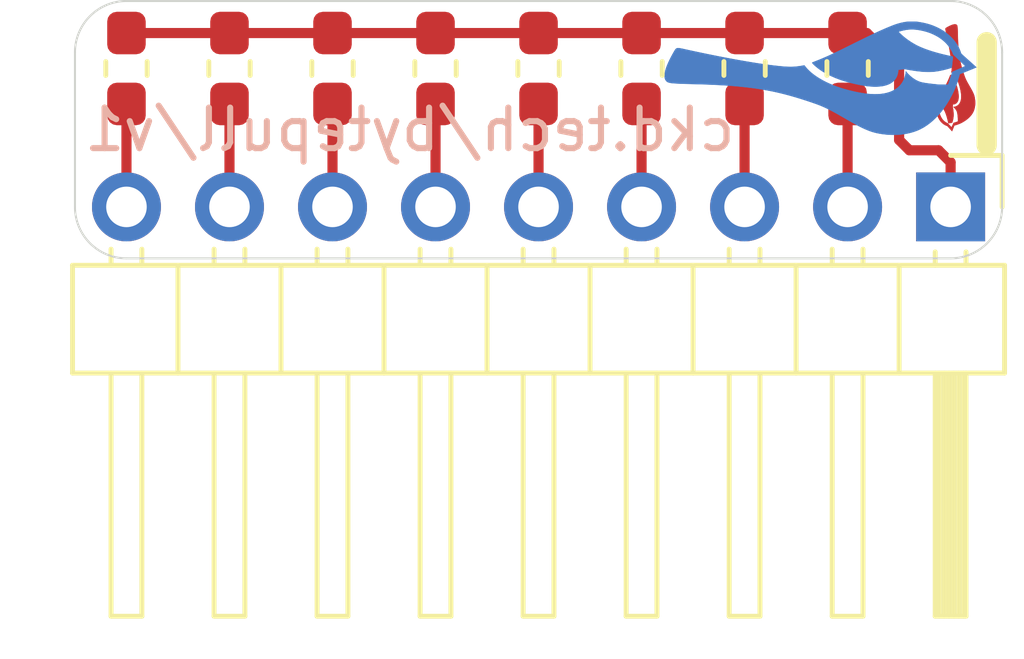
<source format=kicad_pcb>
(kicad_pcb (version 20171130) (host pcbnew "(5.1.5-0-10_14)")

  (general
    (thickness 1.6)
    (drawings 10)
    (tracks 24)
    (zones 0)
    (modules 11)
    (nets 10)
  )

  (page A4)
  (layers
    (0 F.Cu signal)
    (31 B.Cu signal)
    (32 B.Adhes user)
    (33 F.Adhes user)
    (34 B.Paste user)
    (35 F.Paste user)
    (36 B.SilkS user)
    (37 F.SilkS user)
    (38 B.Mask user)
    (39 F.Mask user)
    (40 Dwgs.User user)
    (41 Cmts.User user)
    (42 Eco1.User user)
    (43 Eco2.User user)
    (44 Edge.Cuts user)
    (45 Margin user)
    (46 B.CrtYd user)
    (47 F.CrtYd user)
    (48 B.Fab user)
    (49 F.Fab user)
  )

  (setup
    (last_trace_width 0.25)
    (trace_clearance 0.2)
    (zone_clearance 0.508)
    (zone_45_only no)
    (trace_min 0.2)
    (via_size 0.8)
    (via_drill 0.4)
    (via_min_size 0.4)
    (via_min_drill 0.3)
    (uvia_size 0.3)
    (uvia_drill 0.1)
    (uvias_allowed no)
    (uvia_min_size 0.2)
    (uvia_min_drill 0.1)
    (edge_width 0.05)
    (segment_width 0.2)
    (pcb_text_width 0.3)
    (pcb_text_size 1.5 1.5)
    (mod_edge_width 0.12)
    (mod_text_size 1 1)
    (mod_text_width 0.15)
    (pad_size 1.524 1.524)
    (pad_drill 0.762)
    (pad_to_mask_clearance 0.051)
    (solder_mask_min_width 0.25)
    (aux_axis_origin 0 0)
    (visible_elements FFFFFF7F)
    (pcbplotparams
      (layerselection 0x010fc_ffffffff)
      (usegerberextensions false)
      (usegerberattributes false)
      (usegerberadvancedattributes false)
      (creategerberjobfile false)
      (excludeedgelayer true)
      (linewidth 0.100000)
      (plotframeref false)
      (viasonmask false)
      (mode 1)
      (useauxorigin false)
      (hpglpennumber 1)
      (hpglpenspeed 20)
      (hpglpendiameter 15.000000)
      (psnegative false)
      (psa4output false)
      (plotreference true)
      (plotvalue true)
      (plotinvisibletext false)
      (padsonsilk false)
      (subtractmaskfromsilk false)
      (outputformat 1)
      (mirror false)
      (drillshape 1)
      (scaleselection 1)
      (outputdirectory ""))
  )

  (net 0 "")
  (net 1 "Net-(J1-Pad9)")
  (net 2 "Net-(J1-Pad8)")
  (net 3 "Net-(J1-Pad7)")
  (net 4 "Net-(J1-Pad6)")
  (net 5 "Net-(J1-Pad5)")
  (net 6 "Net-(J1-Pad4)")
  (net 7 "Net-(J1-Pad3)")
  (net 8 "Net-(J1-Pad2)")
  (net 9 "Net-(J1-Pad1)")

  (net_class Default "This is the default net class."
    (clearance 0.2)
    (trace_width 0.25)
    (via_dia 0.8)
    (via_drill 0.4)
    (uvia_dia 0.3)
    (uvia_drill 0.1)
    (add_net "Net-(J1-Pad1)")
    (add_net "Net-(J1-Pad2)")
    (add_net "Net-(J1-Pad3)")
    (add_net "Net-(J1-Pad4)")
    (add_net "Net-(J1-Pad5)")
    (add_net "Net-(J1-Pad6)")
    (add_net "Net-(J1-Pad7)")
    (add_net "Net-(J1-Pad8)")
    (add_net "Net-(J1-Pad9)")
  )

  (module chickadee:chickadee_1mm_fcu (layer F.Cu) (tedit 0) (tstamp 5E9D522F)
    (at 157.607 98.425 90)
    (fp_text reference G*** (at 0 0 90) (layer F.SilkS) hide
      (effects (font (size 1.524 1.524) (thickness 0.3)))
    )
    (fp_text value LOGO (at 0.75 0 90) (layer F.SilkS) hide
      (effects (font (size 1.524 1.524) (thickness 0.3)))
    )
    (fp_poly (pts (xy -0.740218 -0.506365) (xy -0.727246 -0.505756) (xy -0.714938 -0.504703) (xy -0.702716 -0.50316)
      (xy -0.690001 -0.501082) (xy -0.681416 -0.499466) (xy -0.668742 -0.496844) (xy -0.656651 -0.494038)
      (xy -0.644785 -0.490934) (xy -0.632786 -0.487418) (xy -0.620294 -0.483375) (xy -0.606953 -0.478691)
      (xy -0.592402 -0.473251) (xy -0.576284 -0.466941) (xy -0.56409 -0.462032) (xy -0.5479 -0.455381)
      (xy -0.531464 -0.448477) (xy -0.514643 -0.441253) (xy -0.497298 -0.433646) (xy -0.479292 -0.42559)
      (xy -0.460485 -0.417021) (xy -0.440738 -0.407873) (xy -0.419914 -0.398081) (xy -0.397874 -0.38758)
      (xy -0.374478 -0.376306) (xy -0.349589 -0.364193) (xy -0.323068 -0.351176) (xy -0.294776 -0.337191)
      (xy -0.264575 -0.322172) (xy -0.244771 -0.312282) (xy -0.216755 -0.298298) (xy -0.190721 -0.285361)
      (xy -0.166506 -0.273396) (xy -0.143949 -0.262329) (xy -0.122888 -0.252085) (xy -0.103161 -0.242591)
      (xy -0.084605 -0.233772) (xy -0.06706 -0.225553) (xy -0.050362 -0.21786) (xy -0.034351 -0.210619)
      (xy -0.018864 -0.203756) (xy -0.003738 -0.197195) (xy 0.011187 -0.190863) (xy 0.026074 -0.184686)
      (xy 0.041084 -0.178588) (xy 0.05638 -0.172496) (xy 0.072124 -0.166335) (xy 0.078014 -0.164054)
      (xy 0.086239 -0.16087) (xy 0.093878 -0.157898) (xy 0.100592 -0.15527) (xy 0.106042 -0.153121)
      (xy 0.10989 -0.151582) (xy 0.111739 -0.150813) (xy 0.115226 -0.14925) (xy 0.106187 -0.138427)
      (xy 0.091936 -0.122587) (xy 0.075546 -0.106554) (xy 0.057264 -0.090517) (xy 0.03734 -0.074664)
      (xy 0.016022 -0.059185) (xy -0.006442 -0.044268) (xy -0.029801 -0.030102) (xy -0.053808 -0.016876)
      (xy -0.054429 -0.016551) (xy -0.085769 -0.001162) (xy -0.119063 0.013354) (xy -0.153971 0.026898)
      (xy -0.190155 0.03937) (xy -0.227276 0.050672) (xy -0.264996 0.060705) (xy -0.302977 0.069369)
      (xy -0.340879 0.076567) (xy -0.378365 0.082198) (xy -0.401562 0.084891) (xy -0.408439 0.085432)
      (xy -0.417079 0.085856) (xy -0.427032 0.086164) (xy -0.437848 0.086356) (xy -0.449077 0.086432)
      (xy -0.460268 0.086392) (xy -0.470971 0.086235) (xy -0.480737 0.085962) (xy -0.489114 0.085572)
      (xy -0.495654 0.085066) (xy -0.497115 0.084901) (xy -0.521178 0.08105) (xy -0.543361 0.075721)
      (xy -0.563654 0.068916) (xy -0.582044 0.06064) (xy -0.598522 0.050896) (xy -0.604822 0.046404)
      (xy -0.618758 0.034555) (xy -0.630647 0.021498) (xy -0.640609 0.007068) (xy -0.648764 -0.008901)
      (xy -0.652863 -0.019352) (xy -0.656022 -0.029007) (xy -0.658281 -0.037785) (xy -0.659761 -0.046453)
      (xy -0.660585 -0.055776) (xy -0.660874 -0.06652) (xy -0.660876 -0.069704) (xy -0.660808 -0.089212)
      (xy -0.668705 -0.090022) (xy -0.676603 -0.090831) (xy -0.685132 -0.085027) (xy -0.693662 -0.079224)
      (xy -0.694015 -0.067733) (xy -0.693479 -0.051628) (xy -0.691017 -0.034785) (xy -0.686778 -0.017706)
      (xy -0.680911 -0.000896) (xy -0.673565 0.015142) (xy -0.665172 0.029481) (xy -0.652904 0.045887)
      (xy -0.638847 0.060669) (xy -0.623008 0.073824) (xy -0.605394 0.085348) (xy -0.586013 0.095238)
      (xy -0.56487 0.103489) (xy -0.541975 0.110098) (xy -0.517333 0.115063) (xy -0.490951 0.118378)
      (xy -0.487918 0.118644) (xy -0.478325 0.11922) (xy -0.466867 0.119531) (xy -0.454084 0.11959)
      (xy -0.440513 0.11941) (xy -0.426694 0.119005) (xy -0.413164 0.118386) (xy -0.400463 0.117567)
      (xy -0.389129 0.116562) (xy -0.385652 0.116176) (xy -0.347121 0.110836) (xy -0.30805 0.103876)
      (xy -0.268821 0.095403) (xy -0.229814 0.085524) (xy -0.191411 0.074345) (xy -0.153991 0.061972)
      (xy -0.117937 0.048512) (xy -0.083629 0.03407) (xy -0.071241 0.0284) (xy -0.041296 0.013587)
      (xy -0.012555 -0.002198) (xy 0.014822 -0.018839) (xy 0.040677 -0.03622) (xy 0.064854 -0.054226)
      (xy 0.087192 -0.072741) (xy 0.107535 -0.091649) (xy 0.125724 -0.110834) (xy 0.136583 -0.123731)
      (xy 0.141664 -0.129921) (xy 0.14549 -0.134197) (xy 0.148154 -0.136652) (xy 0.149746 -0.13738)
      (xy 0.149865 -0.137358) (xy 0.154862 -0.13611) (xy 0.161873 -0.134695) (xy 0.170501 -0.13317)
      (xy 0.180352 -0.131591) (xy 0.191031 -0.130016) (xy 0.202141 -0.128502) (xy 0.213288 -0.127106)
      (xy 0.224076 -0.125885) (xy 0.23411 -0.124896) (xy 0.238881 -0.124494) (xy 0.249255 -0.123899)
      (xy 0.260746 -0.123665) (xy 0.273504 -0.123803) (xy 0.287683 -0.124321) (xy 0.303434 -0.125229)
      (xy 0.320911 -0.126536) (xy 0.340265 -0.12825) (xy 0.36165 -0.130382) (xy 0.385216 -0.132941)
      (xy 0.39249 -0.133765) (xy 0.426067 -0.137815) (xy 0.461866 -0.142542) (xy 0.499791 -0.147928)
      (xy 0.539748 -0.153956) (xy 0.581641 -0.160608) (xy 0.625375 -0.167868) (xy 0.670854 -0.175717)
      (xy 0.717983 -0.184139) (xy 0.766666 -0.193116) (xy 0.816809 -0.20263) (xy 0.868316 -0.212665)
      (xy 0.921091 -0.223203) (xy 0.97504 -0.234227) (xy 1.030066 -0.245718) (xy 1.086076 -0.257661)
      (xy 1.142972 -0.270037) (xy 1.152676 -0.272172) (xy 1.163487 -0.274537) (xy 1.173796 -0.276759)
      (xy 1.183312 -0.278778) (xy 1.191742 -0.280533) (xy 1.198794 -0.281963) (xy 1.204178 -0.283009)
      (xy 1.207601 -0.28361) (xy 1.208314 -0.283708) (xy 1.217701 -0.283679) (xy 1.227633 -0.281761)
      (xy 1.237487 -0.278181) (xy 1.246639 -0.273167) (xy 1.254467 -0.266949) (xy 1.254712 -0.26671)
      (xy 1.2584 -0.262472) (xy 1.262934 -0.256257) (xy 1.268185 -0.248303) (xy 1.274022 -0.238847)
      (xy 1.280315 -0.228126) (xy 1.286935 -0.216377) (xy 1.293752 -0.203836) (xy 1.300636 -0.190741)
      (xy 1.307456 -0.17733) (xy 1.314084 -0.163838) (xy 1.32039 -0.150504) (xy 1.326242 -0.137563)
      (xy 1.329236 -0.130667) (xy 1.338657 -0.107031) (xy 1.346158 -0.08477) (xy 1.351736 -0.063898)
      (xy 1.355389 -0.044425) (xy 1.357117 -0.026362) (xy 1.356916 -0.00972) (xy 1.354787 0.005488)
      (xy 1.350961 0.018636) (xy 1.347676 0.025583) (xy 1.343025 0.033096) (xy 1.337609 0.040329)
      (xy 1.332025 0.046437) (xy 1.329973 0.048295) (xy 1.324697 0.052378) (xy 1.318999 0.055984)
      (xy 1.312693 0.059149) (xy 1.305592 0.061911) (xy 1.29751 0.064308) (xy 1.28826 0.066378)
      (xy 1.277656 0.068158) (xy 1.265511 0.069686) (xy 1.251638 0.071001) (xy 1.235851 0.072139)
      (xy 1.217964 0.073138) (xy 1.204081 0.073777) (xy 1.197302 0.074044) (xy 1.188447 0.074357)
      (xy 1.177857 0.074707) (xy 1.165873 0.075084) (xy 1.152838 0.075475) (xy 1.139094 0.075872)
      (xy 1.124981 0.076264) (xy 1.110842 0.07664) (xy 1.10369 0.076824) (xy 1.067359 0.077782)
      (xy 1.033242 0.078764) (xy 1.001133 0.079779) (xy 0.970826 0.080837) (xy 0.942116 0.081948)
      (xy 0.914798 0.083123) (xy 0.888666 0.084372) (xy 0.863515 0.085705) (xy 0.839139 0.087131)
      (xy 0.815333 0.088661) (xy 0.791891 0.090305) (xy 0.768608 0.092073) (xy 0.745278 0.093976)
      (xy 0.732971 0.095029) (xy 0.680717 0.099937) (xy 0.630485 0.105429) (xy 0.581936 0.111574)
      (xy 0.53473 0.118444) (xy 0.488526 0.126107) (xy 0.442986 0.134635) (xy 0.397768 0.144097)
      (xy 0.352533 0.154564) (xy 0.306941 0.166105) (xy 0.260651 0.178791) (xy 0.213325 0.192692)
      (xy 0.164622 0.207878) (xy 0.127605 0.219948) (xy 0.108181 0.226428) (xy 0.090206 0.232519)
      (xy 0.073482 0.238313) (xy 0.057815 0.243901) (xy 0.043007 0.249374) (xy 0.028863 0.254823)
      (xy 0.015187 0.260341) (xy 0.001782 0.266017) (xy -0.011546 0.271944) (xy -0.024995 0.278212)
      (xy -0.03876 0.284913) (xy -0.053037 0.292138) (xy -0.068022 0.299979) (xy -0.083912 0.308526)
      (xy -0.100902 0.317871) (xy -0.119188 0.328106) (xy -0.138967 0.33932) (xy -0.160434 0.351606)
      (xy -0.182638 0.364394) (xy -0.199847 0.374312) (xy -0.215197 0.383126) (xy -0.228913 0.390959)
      (xy -0.241219 0.397936) (xy -0.252341 0.404181) (xy -0.262504 0.409818) (xy -0.271932 0.41497)
      (xy -0.280851 0.419762) (xy -0.289485 0.424318) (xy -0.298059 0.428761) (xy -0.306798 0.433216)
      (xy -0.314476 0.437081) (xy -0.336871 0.448025) (xy -0.357712 0.457612) (xy -0.377359 0.465965)
      (xy -0.396171 0.473207) (xy -0.414507 0.479463) (xy -0.432725 0.484858) (xy -0.451186 0.489514)
      (xy -0.470246 0.493555) (xy -0.486523 0.496489) (xy -0.506846 0.499706) (xy -0.525561 0.502234)
      (xy -0.543361 0.504129) (xy -0.56094 0.505448) (xy -0.57899 0.506246) (xy -0.598206 0.506579)
      (xy -0.611415 0.506574) (xy -0.620531 0.506506) (xy -0.629117 0.506417) (xy -0.636799 0.506315)
      (xy -0.643201 0.506203) (xy -0.647949 0.506089) (xy -0.650667 0.505977) (xy -0.650724 0.505973)
      (xy -0.68194 0.502882) (xy -0.712732 0.498204) (xy -0.742805 0.492014) (xy -0.771868 0.484388)
      (xy -0.799627 0.4754) (xy -0.825787 0.465126) (xy -0.845557 0.455937) (xy -0.874986 0.439858)
      (xy -0.903658 0.421501) (xy -0.931547 0.400894) (xy -0.958627 0.378065) (xy -0.984871 0.353043)
      (xy -1.010253 0.325855) (xy -1.034748 0.29653) (xy -1.058329 0.265096) (xy -1.08097 0.23158)
      (xy -1.102645 0.196012) (xy -1.123328 0.158418) (xy -1.124812 0.15557) (xy -1.1375 0.129851)
      (xy -1.149333 0.103196) (xy -1.160434 0.075284) (xy -1.170927 0.045797) (xy -1.180933 0.014413)
      (xy -1.186591 -0.004883) (xy -1.189185 -0.013999) (xy -1.273438 -0.047985) (xy -1.286973 -0.053462)
      (xy -1.299836 -0.0587) (xy -1.311852 -0.063627) (xy -1.322848 -0.068169) (xy -1.332651 -0.072255)
      (xy -1.341087 -0.07581) (xy -1.347981 -0.078763) (xy -1.353162 -0.081041) (xy -1.356455 -0.082571)
      (xy -1.357686 -0.08328) (xy -1.357691 -0.083296) (xy -1.356808 -0.084282) (xy -1.354247 -0.086755)
      (xy -1.350138 -0.090596) (xy -1.344613 -0.095686) (xy -1.337802 -0.101906) (xy -1.329837 -0.109136)
      (xy -1.320848 -0.117259) (xy -1.310966 -0.126155) (xy -1.300322 -0.135705) (xy -1.289047 -0.145791)
      (xy -1.280281 -0.153612) (xy -1.202872 -0.222603) (xy -1.197942 -0.236221) (xy -1.188227 -0.260247)
      (xy -1.176828 -0.283185) (xy -1.163605 -0.305244) (xy -1.148419 -0.326632) (xy -1.131131 -0.347559)
      (xy -1.1116 -0.368232) (xy -1.105981 -0.373743) (xy -1.082901 -0.394375) (xy -1.058013 -0.413466)
      (xy -1.031406 -0.430968) (xy -1.003171 -0.446838) (xy -0.973399 -0.46103) (xy -0.942181 -0.473498)
      (xy -0.909608 -0.484198) (xy -0.87577 -0.493083) (xy -0.859972 -0.496514) (xy -0.84475 -0.499475)
      (xy -0.831131 -0.501797) (xy -0.818407 -0.503556) (xy -0.805872 -0.504833) (xy -0.792818 -0.505704)
      (xy -0.778538 -0.50625) (xy -0.770467 -0.506429) (xy -0.754432 -0.506574) (xy -0.740218 -0.506365)) (layer F.Mask) (width 0.01))
    (fp_poly (pts (xy -0.751055 -0.478262) (xy -0.740197 -0.47809) (xy -0.730723 -0.47773) (xy -0.722118 -0.477141)
      (xy -0.713865 -0.47628) (xy -0.70545 -0.475105) (xy -0.696354 -0.473575) (xy -0.688824 -0.472178)
      (xy -0.668645 -0.467802) (xy -0.647697 -0.462293) (xy -0.626971 -0.455938) (xy -0.607454 -0.449022)
      (xy -0.603553 -0.447505) (xy -0.588749 -0.44161) (xy -0.57422 -0.435735) (xy -0.559834 -0.429816)
      (xy -0.545459 -0.423793) (xy -0.53096 -0.417604) (xy -0.516205 -0.411186) (xy -0.501061 -0.404479)
      (xy -0.485395 -0.397419) (xy -0.469075 -0.389946) (xy -0.451967 -0.381996) (xy -0.433938 -0.37351)
      (xy -0.414856 -0.364424) (xy -0.394588 -0.354676) (xy -0.373001 -0.344206) (xy -0.349961 -0.33295)
      (xy -0.325337 -0.320848) (xy -0.298994 -0.307837) (xy -0.270801 -0.293855) (xy -0.240623 -0.278841)
      (xy -0.232834 -0.274959) (xy -0.20683 -0.262019) (xy -0.1828 -0.250113) (xy -0.160573 -0.239163)
      (xy -0.139975 -0.229088) (xy -0.120835 -0.219809) (xy -0.102979 -0.211246) (xy -0.086235 -0.20332)
      (xy -0.07043 -0.195951) (xy -0.055393 -0.189059) (xy -0.040951 -0.182566) (xy -0.02693 -0.17639)
      (xy -0.013159 -0.170453) (xy 0.000534 -0.164675) (xy 0.014324 -0.158976) (xy 0.02838 -0.153277)
      (xy 0.042878 -0.147498) (xy 0.045892 -0.146307) (xy 0.05462 -0.14283) (xy 0.062601 -0.139584)
      (xy 0.06956 -0.136687) (xy 0.075225 -0.134254) (xy 0.079322 -0.132403) (xy 0.081579 -0.131249)
      (xy 0.081934 -0.130963) (xy 0.081281 -0.129584) (xy 0.07909 -0.126875) (xy 0.075635 -0.123103)
      (xy 0.071192 -0.118538) (xy 0.066037 -0.113451) (xy 0.060445 -0.108109) (xy 0.05469 -0.102784)
      (xy 0.049048 -0.097743) (xy 0.043794 -0.093257) (xy 0.041602 -0.091469) (xy 0.016105 -0.072406)
      (xy -0.011573 -0.054311) (xy -0.041388 -0.037201) (xy -0.073297 -0.021095) (xy -0.107257 -0.006011)
      (xy -0.143223 0.008033) (xy -0.181152 0.02102) (xy -0.221001 0.032931) (xy -0.262726 0.043748)
      (xy -0.306283 0.053453) (xy -0.313267 0.054872) (xy -0.343166 0.060463) (xy -0.371156 0.064855)
      (xy -0.397423 0.068061) (xy -0.422151 0.070093) (xy -0.445525 0.070965) (xy -0.467729 0.070691)
      (xy -0.488949 0.069283) (xy -0.498813 0.068212) (xy -0.521261 0.064581) (xy -0.541954 0.059417)
      (xy -0.560863 0.052737) (xy -0.577961 0.044558) (xy -0.593218 0.034896) (xy -0.606606 0.023767)
      (xy -0.618098 0.011189) (xy -0.627664 -0.002822) (xy -0.63124 -0.009407) (xy -0.635566 -0.018965)
      (xy -0.639065 -0.029004) (xy -0.641871 -0.040027) (xy -0.644115 -0.052536) (xy -0.645611 -0.064095)
      (xy -0.646492 -0.071948) (xy -0.670077 -0.074004) (xy -0.677448 -0.074643) (xy -0.684042 -0.075209)
      (xy -0.689461 -0.075667) (xy -0.693306 -0.075984) (xy -0.695181 -0.076127) (xy -0.695245 -0.07613)
      (xy -0.696266 -0.076844) (xy -0.696114 -0.077357) (xy -0.696736 -0.077875) (xy -0.699043 -0.078007)
      (xy -0.70234 -0.077811) (xy -0.705932 -0.077344) (xy -0.709125 -0.076664) (xy -0.710595 -0.076163)
      (xy -0.712484 -0.075643) (xy -0.71636 -0.074799) (xy -0.721828 -0.073712) (xy -0.728489 -0.072458)
      (xy -0.735947 -0.071116) (xy -0.73781 -0.07079) (xy -0.765748 -0.066159) (xy -0.79229 -0.06226)
      (xy -0.818309 -0.058976) (xy -0.844674 -0.056191) (xy -0.852715 -0.055442) (xy -0.860405 -0.054896)
      (xy -0.869732 -0.054473) (xy -0.880234 -0.054174) (xy -0.891446 -0.053999) (xy -0.902904 -0.053948)
      (xy -0.914147 -0.054021) (xy -0.92471 -0.054219) (xy -0.93413 -0.054542) (xy -0.941943 -0.054989)
      (xy -0.946453 -0.055405) (xy -0.971422 -0.058715) (xy -0.995716 -0.062791) (xy -1.019977 -0.067766)
      (xy -1.044848 -0.073775) (xy -1.070973 -0.080952) (xy -1.076278 -0.082502) (xy -1.084026 -0.08483)
      (xy -1.089736 -0.086663) (xy -1.093707 -0.088122) (xy -1.096243 -0.089327) (xy -1.097643 -0.090398)
      (xy -1.098139 -0.091211) (xy -1.098467 -0.092964) (xy -1.099006 -0.096836) (xy -1.099722 -0.10254)
      (xy -1.10058 -0.109789) (xy -1.101547 -0.118296) (xy -1.102589 -0.127772) (xy -1.103648 -0.137709)
      (xy -1.10488 -0.149597) (xy -1.105842 -0.159286) (xy -1.10655 -0.166979) (xy -1.107016 -0.172878)
      (xy -1.107256 -0.177189) (xy -1.107282 -0.180112) (xy -1.107109 -0.181853) (xy -1.10675 -0.182614)
      (xy -1.106718 -0.182636) (xy -1.104591 -0.183421) (xy -1.101215 -0.184189) (xy -1.100198 -0.18436)
      (xy -1.096342 -0.185056) (xy -1.090496 -0.186241) (xy -1.08302 -0.187834) (xy -1.074275 -0.189753)
      (xy -1.06462 -0.191915) (xy -1.054418 -0.194239) (xy -1.044027 -0.196642) (xy -1.033809 -0.199043)
      (xy -1.024123 -0.20136) (xy -1.015331 -0.203511) (xy -1.008743 -0.205168) (xy -0.973556 -0.214549)
      (xy -0.940645 -0.224093) (xy -0.90987 -0.233848) (xy -0.881091 -0.24386) (xy -0.854167 -0.254177)
      (xy -0.828959 -0.264846) (xy -0.824895 -0.26667) (xy -0.800664 -0.278482) (xy -0.775989 -0.292107)
      (xy -0.751459 -0.307169) (xy -0.727664 -0.323292) (xy -0.705192 -0.340102) (xy -0.690034 -0.352531)
      (xy -0.683978 -0.357798) (xy -0.677692 -0.363425) (xy -0.671423 -0.369174) (xy -0.665415 -0.374808)
      (xy -0.659915 -0.380091) (xy -0.655168 -0.384786) (xy -0.65142 -0.388655) (xy -0.648916 -0.391462)
      (xy -0.647903 -0.392969) (xy -0.647925 -0.393131) (xy -0.649695 -0.394005) (xy -0.653455 -0.395334)
      (xy -0.65884 -0.397014) (xy -0.665488 -0.398936) (xy -0.673035 -0.400993) (xy -0.681118 -0.403078)
      (xy -0.684591 -0.403938) (xy -0.708558 -0.408878) (xy -0.732627 -0.411967) (xy -0.757032 -0.4132)
      (xy -0.782007 -0.41257) (xy -0.807787 -0.410072) (xy -0.834605 -0.405698) (xy -0.862698 -0.399443)
      (xy -0.863366 -0.399276) (xy -0.891925 -0.391136) (xy -0.919308 -0.38139) (xy -0.945414 -0.370115)
      (xy -0.970139 -0.35739) (xy -0.993384 -0.343295) (xy -1.015047 -0.327907) (xy -1.035025 -0.311306)
      (xy -1.053219 -0.293571) (xy -1.069526 -0.27478) (xy -1.083845 -0.255012) (xy -1.096074 -0.234346)
      (xy -1.106113 -0.21286) (xy -1.107314 -0.209852) (xy -1.111098 -0.200176) (xy -1.161823 -0.151899)
      (xy -1.171085 -0.143077) (xy -1.17981 -0.134752) (xy -1.187845 -0.127072) (xy -1.195032 -0.120187)
      (xy -1.201217 -0.114246) (xy -1.206244 -0.109399) (xy -1.209958 -0.105796) (xy -1.212202 -0.103584)
      (xy -1.212838 -0.102913) (xy -1.211825 -0.102298) (xy -1.208807 -0.1008) (xy -1.203992 -0.098515)
      (xy -1.197588 -0.095538) (xy -1.189803 -0.091966) (xy -1.180843 -0.087894) (xy -1.170918 -0.083418)
      (xy -1.160235 -0.078633) (xy -1.15768 -0.077494) (xy -1.102232 -0.052782) (xy -1.096459 -0.032136)
      (xy -1.09368 -0.02255) (xy -1.090305 -0.011471) (xy -1.086544 0.000459) (xy -1.082605 0.012597)
      (xy -1.078695 0.024301) (xy -1.075024 0.034927) (xy -1.071939 0.043459) (xy -1.070071 0.048152)
      (xy -1.068522 0.051057) (xy -1.066925 0.052708) (xy -1.064973 0.05362) (xy -1.062469 0.05402)
      (xy -1.057902 0.054341) (xy -1.051625 0.054586) (xy -1.043993 0.054753) (xy -1.03536 0.054845)
      (xy -1.026079 0.054862) (xy -1.016506 0.054804) (xy -1.006993 0.054672) (xy -0.997896 0.054468)
      (xy -0.989567 0.054192) (xy -0.982362 0.053844) (xy -0.976691 0.053431) (xy -0.920825 0.047387)
      (xy -0.886581 0.042801) (xy -0.871934 0.040594) (xy -0.859311 0.038434) (xy -0.84832 0.036214)
      (xy -0.838572 0.033826) (xy -0.829675 0.031165) (xy -0.821239 0.028123) (xy -0.812873 0.024592)
      (xy -0.804186 0.020466) (xy -0.803124 0.019936) (xy -0.783962 0.009126) (xy -0.765171 -0.003847)
      (xy -0.747066 -0.018724) (xy -0.729964 -0.035249) (xy -0.716319 -0.05056) (xy -0.709991 -0.058183)
      (xy -0.709991 -0.054007) (xy -0.709644 -0.048906) (xy -0.708688 -0.0421) (xy -0.707244 -0.034188)
      (xy -0.705437 -0.025769) (xy -0.703389 -0.017443) (xy -0.701225 -0.00981) (xy -0.700298 -0.006914)
      (xy -0.692278 0.013452) (xy -0.682339 0.032358) (xy -0.670511 0.049779) (xy -0.656825 0.065687)
      (xy -0.64131 0.080055) (xy -0.623997 0.092858) (xy -0.604916 0.104068) (xy -0.584098 0.113659)
      (xy -0.561572 0.121604) (xy -0.551543 0.124461) (xy -0.53363 0.128669) (xy -0.515193 0.13186)
      (xy -0.495797 0.134083) (xy -0.475006 0.135387) (xy -0.452386 0.135823) (xy -0.451757 0.135823)
      (xy -0.434211 0.135614) (xy -0.417169 0.134964) (xy -0.400234 0.133829) (xy -0.383009 0.132163)
      (xy -0.365099 0.129922) (xy -0.346105 0.127063) (xy -0.325633 0.12354) (xy -0.303284 0.119309)
      (xy -0.301776 0.119012) (xy -0.259453 0.109967) (xy -0.218482 0.099807) (xy -0.178944 0.088571)
      (xy -0.140924 0.076295) (xy -0.104503 0.063018) (xy -0.069763 0.048776) (xy -0.036788 0.033608)
      (xy -0.00566 0.01755) (xy 0.023538 0.000641) (xy 0.050725 -0.017083) (xy 0.075816 -0.035584)
      (xy 0.098731 -0.054824) (xy 0.114905 -0.070184) (xy 0.120437 -0.075893) (xy 0.126094 -0.081986)
      (xy 0.131319 -0.087845) (xy 0.135552 -0.092853) (xy 0.136676 -0.094266) (xy 0.140136 -0.098703)
      (xy 0.143204 -0.102623) (xy 0.145471 -0.105506) (xy 0.146352 -0.106613) (xy 0.147293 -0.107626)
      (xy 0.148435 -0.108157) (xy 0.150288 -0.108205) (xy 0.153363 -0.107765) (xy 0.158172 -0.106836)
      (xy 0.159657 -0.106536) (xy 0.195236 -0.100557) (xy 0.231034 -0.096975) (xy 0.267112 -0.095784)
      (xy 0.303528 -0.096983) (xy 0.309033 -0.097369) (xy 0.33794 -0.099793) (xy 0.369079 -0.10289)
      (xy 0.402365 -0.106645) (xy 0.43771 -0.111044) (xy 0.475028 -0.116071) (xy 0.514232 -0.121712)
      (xy 0.555236 -0.127952) (xy 0.597954 -0.134775) (xy 0.642299 -0.142167) (xy 0.688184 -0.150112)
      (xy 0.735522 -0.158596) (xy 0.784229 -0.167604) (xy 0.834216 -0.177121) (xy 0.885397 -0.187132)
      (xy 0.937686 -0.197621) (xy 0.990997 -0.208574) (xy 1.045242 -0.219976) (xy 1.100336 -0.231812)
      (xy 1.152676 -0.243289) (xy 1.167931 -0.246667) (xy 1.181034 -0.249509) (xy 1.192203 -0.251767)
      (xy 1.201653 -0.253396) (xy 1.209604 -0.25435) (xy 1.21627 -0.254583) (xy 1.22187 -0.254048)
      (xy 1.22662 -0.252699) (xy 1.230737 -0.25049) (xy 1.234439 -0.247376) (xy 1.237943 -0.243309)
      (xy 1.241464 -0.238245) (xy 1.245221 -0.232136) (xy 1.249431 -0.224936) (xy 1.250898 -0.222413)
      (xy 1.263676 -0.199861) (xy 1.275653 -0.17749) (xy 1.286693 -0.155584) (xy 1.296661 -0.134429)
      (xy 1.305422 -0.114311) (xy 1.31284 -0.095514) (xy 1.317593 -0.081991) (xy 1.322894 -0.064021)
      (xy 1.326568 -0.047251) (xy 1.328625 -0.03176) (xy 1.329075 -0.017625) (xy 1.327926 -0.004925)
      (xy 1.325189 0.006261) (xy 1.320872 0.015856) (xy 1.314984 0.023781) (xy 1.307537 0.029958)
      (xy 1.303928 0.032021) (xy 1.300454 0.033653) (xy 1.296665 0.035151) (xy 1.292439 0.036525)
      (xy 1.287653 0.037786) (xy 1.282186 0.038942) (xy 1.275913 0.040003) (xy 1.268713 0.04098)
      (xy 1.260463 0.04188) (xy 1.251042 0.042715) (xy 1.240325 0.043494) (xy 1.228191 0.044227)
      (xy 1.214517 0.044922) (xy 1.199181 0.04559) (xy 1.18206 0.046241) (xy 1.163032 0.046884)
      (xy 1.141974 0.047529) (xy 1.118764 0.048185) (xy 1.093279 0.048862) (xy 1.088571 0.048983)
      (xy 1.046716 0.050128) (xy 1.007089 0.051355) (xy 0.969499 0.052676) (xy 0.933756 0.054101)
      (xy 0.89967 0.05564) (xy 0.867049 0.057304) (xy 0.835705 0.059104) (xy 0.805446 0.06105)
      (xy 0.776082 0.063153) (xy 0.747423 0.065423) (xy 0.719279 0.06787) (xy 0.691458 0.070505)
      (xy 0.682171 0.071433) (xy 0.638046 0.076175) (xy 0.595372 0.081351) (xy 0.553893 0.087019)
      (xy 0.513353 0.093237) (xy 0.473495 0.100063) (xy 0.434062 0.107556) (xy 0.394799 0.115773)
      (xy 0.355447 0.124772) (xy 0.315751 0.134612) (xy 0.275454 0.145351) (xy 0.234299 0.157047)
      (xy 0.192031 0.169758) (xy 0.148391 0.183541) (xy 0.103124 0.198456) (xy 0.067128 0.210703)
      (xy 0.050033 0.216706) (xy 0.033737 0.22268) (xy 0.018009 0.228737) (xy 0.00262 0.234985)
      (xy -0.012659 0.241535) (xy -0.028057 0.248495) (xy -0.043805 0.255977) (xy -0.060132 0.26409)
      (xy -0.077267 0.272943) (xy -0.09544 0.282647) (xy -0.114881 0.293311) (xy -0.135818 0.305046)
      (xy -0.158481 0.31796) (xy -0.165705 0.322112) (xy -0.185804 0.333676) (xy -0.203965 0.344109)
      (xy -0.220343 0.353494) (xy -0.23509 0.361917) (xy -0.248361 0.369461) (xy -0.260307 0.376212)
      (xy -0.271084 0.382255) (xy -0.280845 0.387673) (xy -0.289742 0.392552) (xy -0.29793 0.396976)
      (xy -0.305562 0.40103) (xy -0.312792 0.404799) (xy -0.319772 0.408367) (xy -0.326657 0.411818)
      (xy -0.333599 0.415239) (xy -0.340753 0.418712) (xy -0.341381 0.419015) (xy -0.364503 0.429794)
      (xy -0.386315 0.439138) (xy -0.407286 0.447182) (xy -0.427889 0.454061) (xy -0.448591 0.459909)
      (xy -0.469865 0.464861) (xy -0.492181 0.46905) (xy -0.516008 0.472613) (xy -0.538238 0.475296)
      (xy -0.552291 0.476585) (xy -0.568044 0.4776) (xy -0.584792 0.478321) (xy -0.60183 0.478731)
      (xy -0.618453 0.478811) (xy -0.633956 0.478541) (xy -0.644072 0.478117) (xy -0.671345 0.475839)
      (xy -0.69893 0.472026) (xy -0.726419 0.46678) (xy -0.753406 0.460204) (xy -0.779482 0.4524)
      (xy -0.804241 0.44347) (xy -0.827275 0.433518) (xy -0.833483 0.4305) (xy -0.861248 0.415327)
      (xy -0.88841 0.397854) (xy -0.914921 0.378135) (xy -0.940733 0.356223) (xy -0.965799 0.332172)
      (xy -0.990071 0.306038) (xy -1.0135 0.277873) (xy -1.036038 0.247732) (xy -1.057639 0.215669)
      (xy -1.078253 0.181738) (xy -1.097833 0.145993) (xy -1.113293 0.114926) (xy -1.11958 0.101241)
      (xy -1.125622 0.087059) (xy -1.131591 0.071936) (xy -1.137662 0.05543) (xy -1.144008 0.037098)
      (xy -1.145498 0.032657) (xy -1.148127 0.024618) (xy -1.150906 0.015845) (xy -1.153712 0.006745)
      (xy -1.156426 -0.002272) (xy -1.158926 -0.010798) (xy -1.161091 -0.018422) (xy -1.162802 -0.024738)
      (xy -1.163936 -0.029335) (xy -1.164214 -0.030666) (xy -1.164957 -0.03463) (xy -1.235111 -0.062939)
      (xy -1.247447 -0.067926) (xy -1.259106 -0.072657) (xy -1.269898 -0.077052) (xy -1.27963 -0.081033)
      (xy -1.28811 -0.084521) (xy -1.295147 -0.087438) (xy -1.300548 -0.089703) (xy -1.304123 -0.091238)
      (xy -1.30568 -0.091965) (xy -1.305731 -0.092004) (xy -1.304928 -0.092912) (xy -1.302459 -0.095297)
      (xy -1.298465 -0.09903) (xy -1.293088 -0.103981) (xy -1.28647 -0.11002) (xy -1.278753 -0.117019)
      (xy -1.27008 -0.124849) (xy -1.260592 -0.133379) (xy -1.250432 -0.142481) (xy -1.241731 -0.150251)
      (xy -1.229382 -0.161267) (xy -1.218715 -0.170796) (xy -1.209601 -0.17896) (xy -1.201915 -0.185881)
      (xy -1.19553 -0.191679) (xy -1.19032 -0.196477) (xy -1.186157 -0.200396) (xy -1.182916 -0.203557)
      (xy -1.180469 -0.206081) (xy -1.178691 -0.20809) (xy -1.177454 -0.209706) (xy -1.176632 -0.21105)
      (xy -1.176099 -0.212243) (xy -1.175728 -0.213407) (xy -1.175665 -0.213635) (xy -1.173467 -0.220681)
      (xy -1.170347 -0.229235) (xy -1.166551 -0.238692) (xy -1.162329 -0.248443) (xy -1.15793 -0.257883)
      (xy -1.155669 -0.262439) (xy -1.144544 -0.282396) (xy -1.13178 -0.301639) (xy -1.117143 -0.320486)
      (xy -1.100401 -0.339256) (xy -1.095894 -0.343938) (xy -1.076863 -0.362294) (xy -1.057224 -0.378917)
      (xy -1.036565 -0.394104) (xy -1.014474 -0.408152) (xy -0.990538 -0.421359) (xy -0.983343 -0.424999)
      (xy -0.96001 -0.435927) (xy -0.936691 -0.44547) (xy -0.912965 -0.453758) (xy -0.888409 -0.460917)
      (xy -0.862604 -0.467077) (xy -0.835128 -0.472366) (xy -0.819196 -0.474942) (xy -0.812395 -0.475943)
      (xy -0.806454 -0.47672) (xy -0.800894 -0.477302) (xy -0.795236 -0.477717) (xy -0.789003 -0.477995)
      (xy -0.781715 -0.478164) (xy -0.772895 -0.478254) (xy -0.763815 -0.478289) (xy -0.751055 -0.478262)) (layer F.Cu) (width 0.01))
  )

  (module chickadee:chickadee_3mm_fcu (layer B.Cu) (tedit 0) (tstamp 5E9D520B)
    (at 154.305 98.425 180)
    (fp_text reference G*** (at 0 0) (layer B.SilkS) hide
      (effects (font (size 1.524 1.524) (thickness 0.3)) (justify mirror))
    )
    (fp_text value "Chickadee 3mm" (at 0.75 0) (layer B.SilkS) hide
      (effects (font (size 1.524 1.524) (thickness 0.3)) (justify mirror))
    )
    (fp_poly (pts (xy -2.158969 1.476897) (xy -2.121134 1.475122) (xy -2.085237 1.47205) (xy -2.049588 1.467549)
      (xy -2.012501 1.461488) (xy -1.987463 1.456774) (xy -1.950495 1.449127) (xy -1.91523 1.440944)
      (xy -1.880622 1.431892) (xy -1.845624 1.421636) (xy -1.809191 1.409844) (xy -1.770278 1.396182)
      (xy -1.727839 1.380316) (xy -1.680827 1.361912) (xy -1.645263 1.347594) (xy -1.598042 1.328195)
      (xy -1.550102 1.308057) (xy -1.501041 1.286989) (xy -1.450453 1.264801) (xy -1.397934 1.241305)
      (xy -1.343079 1.216311) (xy -1.285486 1.189628) (xy -1.224749 1.161068) (xy -1.160464 1.130441)
      (xy -1.092227 1.097558) (xy -1.019635 1.062228) (xy -0.942281 1.024263) (xy -0.859764 0.983472)
      (xy -0.771677 0.939667) (xy -0.713915 0.910823) (xy -0.632201 0.870036) (xy -0.556268 0.832302)
      (xy -0.485642 0.797404) (xy -0.419851 0.765125) (xy -0.358423 0.735248) (xy -0.300885 0.707556)
      (xy -0.246765 0.681833) (xy -0.195591 0.657862) (xy -0.146889 0.635425) (xy -0.100189 0.614305)
      (xy -0.055018 0.594286) (xy -0.010903 0.575152) (xy 0.032629 0.556684) (xy 0.076049 0.538666)
      (xy 0.119829 0.520881) (xy 0.164443 0.503112) (xy 0.210363 0.485143) (xy 0.227542 0.478491)
      (xy 0.251524 0.469207) (xy 0.273788 0.460545) (xy 0.293348 0.452891) (xy 0.309219 0.446634)
      (xy 0.320414 0.44216) (xy 0.325784 0.43993) (xy 0.335832 0.435427) (xy 0.320698 0.416151)
      (xy 0.308889 0.402098) (xy 0.29292 0.384518) (xy 0.273921 0.364551) (xy 0.253023 0.343337)
      (xy 0.231357 0.322014) (xy 0.210055 0.301723) (xy 0.190246 0.283603) (xy 0.181681 0.27608)
      (xy 0.106102 0.214961) (xy 0.024352 0.156762) (xy -0.063253 0.101625) (xy -0.156399 0.049694)
      (xy -0.254769 0.001114) (xy -0.358048 -0.043973) (xy -0.465921 -0.085422) (xy -0.578072 -0.123091)
      (xy -0.694186 -0.156835) (xy -0.813946 -0.18651) (xy -0.853722 -0.195281) (xy -0.912747 -0.207567)
      (xy -0.966586 -0.218013) (xy -1.016795 -0.226877) (xy -1.064926 -0.234413) (xy -1.112531 -0.240877)
      (xy -1.161165 -0.246526) (xy -1.171222 -0.247588) (xy -1.191268 -0.249185) (xy -1.216488 -0.250438)
      (xy -1.245561 -0.251348) (xy -1.277167 -0.251913) (xy -1.309986 -0.252134) (xy -1.342697 -0.252011)
      (xy -1.37398 -0.251543) (xy -1.402515 -0.25073) (xy -1.426981 -0.249572) (xy -1.446059 -0.248069)
      (xy -1.449917 -0.247629) (xy -1.520413 -0.236359) (xy -1.585332 -0.220777) (xy -1.644686 -0.200875)
      (xy -1.698489 -0.176642) (xy -1.746754 -0.148071) (xy -1.789494 -0.115152) (xy -1.826725 -0.077875)
      (xy -1.858458 -0.036233) (xy -1.884708 0.009784) (xy -1.904186 0.056444) (xy -1.913436 0.084664)
      (xy -1.92005 0.11021) (xy -1.924389 0.13533) (xy -1.926811 0.162274) (xy -1.927677 0.19329)
      (xy -1.927689 0.20331) (xy -1.927494 0.260217) (xy -1.950459 0.26257) (xy -1.973423 0.264922)
      (xy -2.023181 0.23099) (xy -2.022739 0.181641) (xy -2.018754 0.12341) (xy -2.007973 0.066659)
      (xy -1.990573 0.011805) (xy -1.966733 -0.040732) (xy -1.936631 -0.090536) (xy -1.900446 -0.137188)
      (xy -1.875226 -0.164155) (xy -1.83459 -0.201) (xy -1.79086 -0.233371) (xy -1.743528 -0.261491)
      (xy -1.692089 -0.285584) (xy -1.636034 -0.305873) (xy -1.574857 -0.322584) (xy -1.508052 -0.335938)
      (xy -1.474611 -0.341113) (xy -1.453545 -0.343389) (xy -1.426697 -0.345185) (xy -1.395325 -0.3465)
      (xy -1.360685 -0.347334) (xy -1.324034 -0.347688) (xy -1.286631 -0.347562) (xy -1.249731 -0.346956)
      (xy -1.214593 -0.34587) (xy -1.182474 -0.344303) (xy -1.15463 -0.342257) (xy -1.143 -0.341088)
      (xy -1.028753 -0.325915) (xy -0.913621 -0.306055) (xy -0.798476 -0.28177) (xy -0.684191 -0.253321)
      (xy -0.571641 -0.220969) (xy -0.461697 -0.184975) (xy -0.355234 -0.1456) (xy -0.253124 -0.103106)
      (xy -0.15624 -0.057754) (xy -0.101392 -0.029498) (xy -0.018282 0.017249) (xy 0.060658 0.066369)
      (xy 0.134981 0.117513) (xy 0.204241 0.170332) (xy 0.267993 0.224478) (xy 0.325791 0.279603)
      (xy 0.377188 0.335357) (xy 0.39888 0.36152) (xy 0.413589 0.379428) (xy 0.424647 0.391741)
      (xy 0.432321 0.398733) (xy 0.436878 0.400678) (xy 0.437106 0.400627) (xy 0.451682 0.396988)
      (xy 0.472129 0.392861) (xy 0.497296 0.388412) (xy 0.526029 0.383807) (xy 0.557174 0.379213)
      (xy 0.589579 0.374796) (xy 0.622091 0.370724) (xy 0.653556 0.367163) (xy 0.682821 0.36428)
      (xy 0.696736 0.363107) (xy 0.726996 0.36137) (xy 0.760509 0.360689) (xy 0.797721 0.361091)
      (xy 0.839075 0.362602) (xy 0.885017 0.36525) (xy 0.935991 0.369062) (xy 0.992441 0.374063)
      (xy 1.054812 0.380281) (xy 1.123548 0.387744) (xy 1.144764 0.390147) (xy 1.242696 0.401961)
      (xy 1.34711 0.415747) (xy 1.457726 0.431456) (xy 1.574267 0.449038) (xy 1.696454 0.468441)
      (xy 1.824011 0.489614) (xy 1.956657 0.512508) (xy 2.094117 0.537072) (xy 2.23611 0.563254)
      (xy 2.38236 0.591005) (xy 2.532588 0.620273) (xy 2.686517 0.651009) (xy 2.843867 0.68316)
      (xy 3.004361 0.716678) (xy 3.167721 0.751511) (xy 3.333669 0.787608) (xy 3.361972 0.793834)
      (xy 3.393505 0.800732) (xy 3.423573 0.807213) (xy 3.451326 0.813101) (xy 3.475913 0.81822)
      (xy 3.496484 0.822393) (xy 3.512186 0.825444) (xy 3.52217 0.827196) (xy 3.52425 0.82748)
      (xy 3.551629 0.827397) (xy 3.580597 0.821802) (xy 3.609337 0.81136) (xy 3.636032 0.796737)
      (xy 3.658863 0.7786) (xy 3.659577 0.777903) (xy 3.670334 0.765542) (xy 3.683559 0.747416)
      (xy 3.698873 0.724218) (xy 3.715898 0.696638) (xy 3.734253 0.665367) (xy 3.753562 0.631098)
      (xy 3.773444 0.594521) (xy 3.793521 0.556329) (xy 3.813415 0.517211) (xy 3.832747 0.477861)
      (xy 3.851137 0.438969) (xy 3.868208 0.401226) (xy 3.876938 0.381112) (xy 3.904418 0.312172)
      (xy 3.926295 0.247247) (xy 3.942564 0.186369) (xy 3.95322 0.129572) (xy 3.958258 0.076888)
      (xy 3.957674 0.02835) (xy 3.951462 -0.016008) (xy 3.940303 -0.054355) (xy 3.930721 -0.074617)
      (xy 3.917158 -0.09653) (xy 3.901359 -0.117628) (xy 3.885072 -0.135441) (xy 3.879089 -0.14086)
      (xy 3.8637 -0.152771) (xy 3.847081 -0.163287) (xy 3.828689 -0.172518) (xy 3.807978 -0.180574)
      (xy 3.784406 -0.187565) (xy 3.757427 -0.193602) (xy 3.726498 -0.198794) (xy 3.691074 -0.203252)
      (xy 3.650612 -0.207086) (xy 3.604567 -0.210405) (xy 3.552396 -0.213321) (xy 3.511903 -0.215182)
      (xy 3.492132 -0.215961) (xy 3.466304 -0.216876) (xy 3.435416 -0.217897) (xy 3.400464 -0.218994)
      (xy 3.362446 -0.220137) (xy 3.322357 -0.221294) (xy 3.281195 -0.222437) (xy 3.239956 -0.223534)
      (xy 3.219097 -0.22407) (xy 3.113132 -0.226865) (xy 3.013623 -0.229728) (xy 2.919971 -0.232688)
      (xy 2.831576 -0.235774) (xy 2.74784 -0.239016) (xy 2.668162 -0.242444) (xy 2.591944 -0.246086)
      (xy 2.518587 -0.249972) (xy 2.447491 -0.254132) (xy 2.378056 -0.258595) (xy 2.309683 -0.26339)
      (xy 2.241774 -0.268548) (xy 2.173729 -0.274096) (xy 2.137833 -0.277168) (xy 1.985425 -0.291484)
      (xy 1.838916 -0.307501) (xy 1.697314 -0.325426) (xy 1.559629 -0.345462) (xy 1.424869 -0.367813)
      (xy 1.292042 -0.392686) (xy 1.160156 -0.420283) (xy 1.028221 -0.450811) (xy 0.895244 -0.484473)
      (xy 0.760234 -0.521474) (xy 0.622199 -0.562018) (xy 0.480149 -0.606311) (xy 0.372181 -0.641516)
      (xy 0.315529 -0.660415) (xy 0.263101 -0.678181) (xy 0.214324 -0.695079) (xy 0.168627 -0.711377)
      (xy 0.125437 -0.72734) (xy 0.084184 -0.743235) (xy 0.044295 -0.759327) (xy 0.005199 -0.775884)
      (xy -0.033675 -0.79317) (xy -0.072901 -0.811452) (xy -0.113048 -0.830997) (xy -0.15469 -0.852071)
      (xy -0.198398 -0.874939) (xy -0.244743 -0.899869) (xy -0.294297 -0.927125) (xy -0.347632 -0.956975)
      (xy -0.40532 -0.989684) (xy -0.467932 -1.025519) (xy -0.532694 -1.062815) (xy -0.582887 -1.091743)
      (xy -0.627657 -1.11745) (xy -0.667661 -1.140298) (xy -0.703555 -1.160648) (xy -0.735994 -1.178863)
      (xy -0.765635 -1.195303) (xy -0.793134 -1.21033) (xy -0.819147 -1.224307) (xy -0.84433 -1.237594)
      (xy -0.869338 -1.250554) (xy -0.894828 -1.263549) (xy -0.917222 -1.27482) (xy -0.982539 -1.306741)
      (xy -1.043326 -1.334702) (xy -1.100631 -1.359064) (xy -1.155499 -1.380188) (xy -1.208978 -1.398436)
      (xy -1.262115 -1.414169) (xy -1.315957 -1.427748) (xy -1.371551 -1.439537) (xy -1.419025 -1.448094)
      (xy -1.478301 -1.457475) (xy -1.532886 -1.464849) (xy -1.584804 -1.470377) (xy -1.636074 -1.474223)
      (xy -1.688721 -1.47655) (xy -1.744766 -1.477522) (xy -1.783292 -1.477509) (xy -1.80988 -1.477309)
      (xy -1.834924 -1.477051) (xy -1.85733 -1.476751) (xy -1.876003 -1.476426) (xy -1.889851 -1.476092)
      (xy -1.897777 -1.475767) (xy -1.897944 -1.475755) (xy -1.988991 -1.46674) (xy -2.0788 -1.453096)
      (xy -2.166515 -1.435042) (xy -2.251282 -1.412798) (xy -2.332244 -1.386583) (xy -2.408545 -1.356619)
      (xy -2.466209 -1.329817) (xy -2.552043 -1.282919) (xy -2.63567 -1.229377) (xy -2.717012 -1.169273)
      (xy -2.795994 -1.10269) (xy -2.872539 -1.029708) (xy -2.946571 -0.950411) (xy -3.018015 -0.864879)
      (xy -3.086793 -0.773196) (xy -3.152829 -0.675442) (xy -3.216048 -0.571701) (xy -3.276373 -0.462053)
      (xy -3.2807 -0.453746) (xy -3.317707 -0.378734) (xy -3.352221 -0.300989) (xy -3.3846 -0.21958)
      (xy -3.415202 -0.133574) (xy -3.444388 -0.042039) (xy -3.46089 0.014242) (xy -3.468457 0.040831)
      (xy -3.714194 0.139956) (xy -3.753671 0.155931) (xy -3.791187 0.171209) (xy -3.826234 0.185578)
      (xy -3.858306 0.198827) (xy -3.886898 0.210743) (xy -3.911502 0.221113) (xy -3.931612 0.229726)
      (xy -3.946722 0.23637) (xy -3.956326 0.240832) (xy -3.959917 0.242899) (xy -3.959931 0.242945)
      (xy -3.957356 0.245822) (xy -3.949885 0.253035) (xy -3.937902 0.264238) (xy -3.921787 0.279083)
      (xy -3.901922 0.297224) (xy -3.87869 0.318314) (xy -3.852471 0.342006) (xy -3.823649 0.367952)
      (xy -3.792605 0.395807) (xy -3.75972 0.425222) (xy -3.734153 0.448034) (xy -3.508375 0.649259)
      (xy -3.493997 0.688978) (xy -3.465662 0.759052) (xy -3.432414 0.825955) (xy -3.393848 0.890293)
      (xy -3.349555 0.952676) (xy -3.29913 1.013713) (xy -3.242165 1.07401) (xy -3.225776 1.090083)
      (xy -3.158462 1.150261) (xy -3.08587 1.205941) (xy -3.008266 1.25699) (xy -2.925914 1.303278)
      (xy -2.839079 1.34467) (xy -2.748026 1.381036) (xy -2.653021 1.412242) (xy -2.554329 1.438158)
      (xy -2.50825 1.448166) (xy -2.463853 1.456803) (xy -2.424131 1.463573) (xy -2.387021 1.468705)
      (xy -2.35046 1.472428) (xy -2.312386 1.474971) (xy -2.270735 1.476561) (xy -2.247194 1.477084)
      (xy -2.200426 1.477507) (xy -2.158969 1.476897)) (layer B.Mask) (width 0.01))
    (fp_poly (pts (xy -2.190577 1.394931) (xy -2.158906 1.394428) (xy -2.131275 1.393379) (xy -2.106176 1.39166)
      (xy -2.082107 1.389149) (xy -2.057561 1.385724) (xy -2.031033 1.38126) (xy -2.009069 1.377185)
      (xy -1.950214 1.364422) (xy -1.889117 1.348355) (xy -1.828664 1.329818) (xy -1.77174 1.309646)
      (xy -1.760361 1.305223) (xy -1.717183 1.28803) (xy -1.674808 1.270892) (xy -1.63285 1.25363)
      (xy -1.59092 1.236063) (xy -1.548631 1.218011) (xy -1.505596 1.199293) (xy -1.461427 1.179729)
      (xy -1.415735 1.159138) (xy -1.368134 1.137341) (xy -1.318236 1.114156) (xy -1.265653 1.089403)
      (xy -1.209997 1.062901) (xy -1.150882 1.034472) (xy -1.087918 1.003933) (xy -1.02072 0.971104)
      (xy -0.948898 0.935806) (xy -0.872065 0.897857) (xy -0.789834 0.857077) (xy -0.701817 0.813286)
      (xy -0.679097 0.801963) (xy -0.600817 0.763019) (xy -0.528298 0.72712) (xy -0.461051 0.694039)
      (xy -0.398585 0.663552) (xy -0.340411 0.635433) (xy -0.286038 0.609455) (xy -0.234976 0.585394)
      (xy -0.186735 0.563022) (xy -0.140825 0.542115) (xy -0.096756 0.522447) (xy -0.054038 0.503792)
      (xy -0.012181 0.485924) (xy 0.029306 0.468618) (xy 0.070912 0.451647) (xy 0.113128 0.434787)
      (xy 0.146403 0.421719) (xy 0.169926 0.412482) (xy 0.191319 0.403963) (xy 0.209688 0.396527)
      (xy 0.224143 0.39054) (xy 0.233791 0.386365) (xy 0.237732 0.384376) (xy 0.237199 0.380281)
      (xy 0.231987 0.372263) (xy 0.222739 0.361032) (xy 0.2101 0.347296) (xy 0.194712 0.331764)
      (xy 0.177219 0.315145) (xy 0.164178 0.303343) (xy 0.096199 0.247242) (xy 0.021764 0.193747)
      (xy -0.059006 0.142914) (xy -0.145989 0.0948) (xy -0.239062 0.049462) (xy -0.338103 0.006957)
      (xy -0.442991 -0.032658) (xy -0.553602 -0.069327) (xy -0.669815 -0.102992) (xy -0.756708 -0.125296)
      (xy -0.857303 -0.148538) (xy -0.952291 -0.167867) (xy -1.041919 -0.183303) (xy -1.126439 -0.194868)
      (xy -1.206099 -0.20258) (xy -1.281149 -0.206462) (xy -1.351837 -0.206535) (xy -1.418413 -0.202818)
      (xy -1.481126 -0.195332) (xy -1.518918 -0.18866) (xy -1.57955 -0.173748) (xy -1.634906 -0.154367)
      (xy -1.684914 -0.13059) (xy -1.729501 -0.102491) (xy -1.768596 -0.070142) (xy -1.802127 -0.033617)
      (xy -1.830021 0.007012) (xy -1.852205 0.051671) (xy -1.868608 0.100287) (xy -1.879158 0.152786)
      (xy -1.882097 0.17906) (xy -1.882915 0.190167) (xy -1.883851 0.198302) (xy -1.885889 0.204006)
      (xy -1.890009 0.207822) (xy -1.897194 0.21029) (xy -1.908425 0.211954) (xy -1.924685 0.213354)
      (xy -1.946955 0.215033) (xy -1.947333 0.215063) (xy -1.974885 0.21729) (xy -1.996056 0.219184)
      (xy -2.011509 0.220834) (xy -2.021906 0.222327) (xy -2.02791 0.223751) (xy -2.030183 0.225193)
      (xy -2.030082 0.226026) (xy -2.032027 0.227335) (xy -2.038861 0.22756) (xy -2.048532 0.226886)
      (xy -2.05899 0.225503) (xy -2.068183 0.223597) (xy -2.072569 0.222141) (xy -2.078077 0.220624)
      (xy -2.089384 0.218164) (xy -2.105331 0.214992) (xy -2.124759 0.211335) (xy -2.146511 0.207422)
      (xy -2.151944 0.206471) (xy -2.23343 0.192964) (xy -2.310846 0.181591) (xy -2.386734 0.172013)
      (xy -2.463633 0.163891) (xy -2.487083 0.161706) (xy -2.509513 0.160112) (xy -2.536719 0.158879)
      (xy -2.567348 0.158007) (xy -2.600049 0.157496) (xy -2.633471 0.157348) (xy -2.666262 0.157562)
      (xy -2.69707 0.158139) (xy -2.724545 0.15908) (xy -2.747334 0.160385) (xy -2.760486 0.161598)
      (xy -2.833314 0.171253) (xy -2.904171 0.18314) (xy -2.974932 0.197651) (xy -3.047473 0.215178)
      (xy -3.123669 0.23611) (xy -3.139143 0.240632) (xy -3.161757 0.247425) (xy -3.178423 0.252778)
      (xy -3.190018 0.257041) (xy -3.197422 0.260562) (xy -3.20151 0.263691) (xy -3.202943 0.266032)
      (xy -3.203909 0.271145) (xy -3.205491 0.282439) (xy -3.20759 0.299075) (xy -3.210105 0.320217)
      (xy -3.212937 0.345025) (xy -3.215987 0.372662) (xy -3.219082 0.401608) (xy -3.222679 0.435601)
      (xy -3.225565 0.463243) (xy -3.227688 0.485209) (xy -3.228999 0.50217) (xy -3.229447 0.514802)
      (xy -3.228982 0.523777) (xy -3.227553 0.52977) (xy -3.22511 0.533453) (xy -3.221603 0.535501)
      (xy -3.216982 0.536587) (xy -3.211195 0.537385) (xy -3.208909 0.537717) (xy -3.197663 0.539746)
      (xy -3.180611 0.543203) (xy -3.158807 0.547849) (xy -3.1333 0.553445) (xy -3.105142 0.559751)
      (xy -3.075385 0.566529) (xy -3.045079 0.573539) (xy -3.015275 0.580543) (xy -2.987025 0.5873)
      (xy -2.96138 0.593573) (xy -2.942167 0.598407) (xy -2.839538 0.625766) (xy -2.743547 0.653603)
      (xy -2.653787 0.682055) (xy -2.569847 0.711258) (xy -2.49132 0.74135) (xy -2.417797 0.772466)
      (xy -2.405944 0.777787) (xy -2.33527 0.81224) (xy -2.2633 0.851978) (xy -2.191754 0.895908)
      (xy -2.122352 0.942934) (xy -2.05681 0.991963) (xy -2.012597 1.028214) (xy -1.994935 1.043577)
      (xy -1.976602 1.059988) (xy -1.958316 1.076756) (xy -1.940794 1.09319) (xy -1.924751 1.108599)
      (xy -1.910905 1.122291) (xy -1.899973 1.133576) (xy -1.892671 1.141762) (xy -1.889717 1.146159)
      (xy -1.889781 1.146632) (xy -1.895886 1.149881) (xy -1.907863 1.154203) (xy -1.924653 1.159337)
      (xy -1.945199 1.16502) (xy -1.968444 1.170989) (xy -1.99333 1.176981) (xy -2.018801 1.182735)
      (xy -2.043799 1.187987) (xy -2.067268 1.192474) (xy -2.088148 1.195935) (xy -2.088444 1.195979)
      (xy -2.143487 1.202523) (xy -2.197821 1.205577) (xy -2.252961 1.205107) (xy -2.310419 1.201077)
      (xy -2.371711 1.193452) (xy -2.401539 1.188739) (xy -2.494796 1.17015) (xy -2.584229 1.146293)
      (xy -2.669623 1.117275) (xy -2.750766 1.083203) (xy -2.827443 1.044182) (xy -2.899442 1.000319)
      (xy -2.966549 0.95172) (xy -3.028551 0.898491) (xy -3.072051 0.855085) (xy -3.114426 0.806444)
      (xy -3.152464 0.755667) (xy -3.185507 0.70377) (xy -3.212895 0.65177) (xy -3.230344 0.610645)
      (xy -3.23532 0.598231) (xy -3.239944 0.588063) (xy -3.243211 0.582348) (xy -3.246468 0.579042)
      (xy -3.254369 0.57133) (xy -3.266439 0.559666) (xy -3.282207 0.544504) (xy -3.301199 0.526296)
      (xy -3.322943 0.505496) (xy -3.346966 0.482558) (xy -3.372795 0.457935) (xy -3.391958 0.439691)
      (xy -3.418659 0.414263) (xy -3.443792 0.390288) (xy -3.466896 0.368206) (xy -3.487514 0.34846)
      (xy -3.505187 0.331487) (xy -3.519455 0.31773) (xy -3.529861 0.307629) (xy -3.535945 0.301624)
      (xy -3.537393 0.300078) (xy -3.534428 0.298301) (xy -3.525616 0.293948) (xy -3.511564 0.287299)
      (xy -3.492877 0.278632) (xy -3.470164 0.268227) (xy -3.444028 0.256363) (xy -3.415077 0.243317)
      (xy -3.383917 0.22937) (xy -3.376532 0.226077) (xy -3.214874 0.154058) (xy -3.198019 0.093786)
      (xy -3.189906 0.065801) (xy -3.180059 0.033466) (xy -3.169084 -0.001347) (xy -3.157589 -0.036762)
      (xy -3.146183 -0.070907) (xy -3.135473 -0.101907) (xy -3.126489 -0.126757) (xy -3.121041 -0.140443)
      (xy -3.116521 -0.148917) (xy -3.111864 -0.153733) (xy -3.10617 -0.156392) (xy -3.098868 -0.157558)
      (xy -3.085547 -0.158496) (xy -3.06724 -0.159209) (xy -3.04498 -0.159697) (xy -3.019799 -0.159965)
      (xy -2.992731 -0.160013) (xy -2.964808 -0.159845) (xy -2.937063 -0.159461) (xy -2.910528 -0.158866)
      (xy -2.886237 -0.15806) (xy -2.865223 -0.157046) (xy -2.848681 -0.155841) (xy -2.685739 -0.138212)
      (xy -2.585861 -0.124838) (xy -2.543141 -0.1184) (xy -2.506322 -0.1121) (xy -2.474266 -0.105624)
      (xy -2.445833 -0.098661) (xy -2.419884 -0.090899) (xy -2.395279 -0.082025) (xy -2.370878 -0.071727)
      (xy -2.345543 -0.059694) (xy -2.342444 -0.058147) (xy -2.286885 -0.026813) (xy -2.232336 0.010789)
      (xy -2.179767 0.053872) (xy -2.130148 0.101647) (xy -2.089686 0.146958) (xy -2.071653 0.168681)
      (xy -2.069252 0.143431) (xy -2.062225 0.096009) (xy -2.050319 0.046832) (xy -2.034198 -0.002224)
      (xy -2.014523 -0.049282) (xy -1.991958 -0.092463) (xy -1.978281 -0.114289) (xy -1.94066 -0.164006)
      (xy -1.897859 -0.209003) (xy -1.849963 -0.249251) (xy -1.797063 -0.284723) (xy -1.739243 -0.315389)
      (xy -1.676594 -0.341223) (xy -1.609201 -0.362197) (xy -1.537152 -0.378282) (xy -1.460535 -0.389451)
      (xy -1.379438 -0.395676) (xy -1.293947 -0.396929) (xy -1.204152 -0.393182) (xy -1.125361 -0.386139)
      (xy -1.052218 -0.376822) (xy -0.974125 -0.364509) (xy -0.892379 -0.349481) (xy -0.808276 -0.332024)
      (xy -0.723113 -0.312418) (xy -0.638187 -0.290949) (xy -0.554795 -0.267899) (xy -0.478014 -0.244745)
      (xy -0.38054 -0.212112) (xy -0.286214 -0.17667) (xy -0.195387 -0.138629) (xy -0.108408 -0.098203)
      (xy -0.025628 -0.0556) (xy 0.052604 -0.011034) (xy 0.125937 0.035286) (xy 0.194021 0.083147)
      (xy 0.256506 0.132339) (xy 0.313041 0.18265) (xy 0.363278 0.233869) (xy 0.406865 0.285785)
      (xy 0.411516 0.291897) (xy 0.421132 0.304324) (xy 0.427892 0.311896) (xy 0.432929 0.315578)
      (xy 0.437377 0.316336) (xy 0.439726 0.315921) (xy 0.459163 0.311612) (xy 0.48424 0.30693)
      (xy 0.513568 0.302078) (xy 0.545757 0.297263) (xy 0.579415 0.292687) (xy 0.613152 0.288557)
      (xy 0.645578 0.285077) (xy 0.656167 0.284068) (xy 0.687905 0.281538) (xy 0.719888 0.279816)
      (xy 0.752791 0.278933) (xy 0.78729 0.27892) (xy 0.82406 0.279806) (xy 0.863775 0.281623)
      (xy 0.907113 0.284401) (xy 0.954746 0.288171) (xy 1.007352 0.292963) (xy 1.065605 0.298808)
      (xy 1.127125 0.3054) (xy 1.216165 0.315763) (xy 1.311639 0.327982) (xy 1.413193 0.341993)
      (xy 1.520469 0.357731) (xy 1.633115 0.375132) (xy 1.750774 0.394133) (xy 1.873091 0.414668)
      (xy 1.999712 0.436674) (xy 2.13028 0.460086) (xy 2.264441 0.48484) (xy 2.40184 0.510872)
      (xy 2.542121 0.538118) (xy 2.68493 0.566514) (xy 2.829911 0.595994) (xy 2.976709 0.626495)
      (xy 3.124969 0.657954) (xy 3.274335 0.690304) (xy 3.361972 0.709592) (xy 3.406466 0.719446)
      (xy 3.444684 0.727733) (xy 3.477258 0.73432) (xy 3.504823 0.739072) (xy 3.528011 0.741854)
      (xy 3.547455 0.742532) (xy 3.563788 0.740972) (xy 3.577642 0.737038) (xy 3.589652 0.730596)
      (xy 3.600449 0.721512) (xy 3.610667 0.709652) (xy 3.620938 0.69488) (xy 3.631896 0.677062)
      (xy 3.644174 0.656064) (xy 3.648453 0.648705) (xy 3.685722 0.582928) (xy 3.720654 0.517678)
      (xy 3.752855 0.453786) (xy 3.781929 0.392085) (xy 3.807481 0.333406) (xy 3.829117 0.278581)
      (xy 3.842982 0.239141) (xy 3.858442 0.186728) (xy 3.869158 0.137816) (xy 3.875158 0.092633)
      (xy 3.876469 0.051406) (xy 3.873119 0.014365) (xy 3.865134 -0.018262) (xy 3.852543 -0.046247)
      (xy 3.835372 -0.069362) (xy 3.813649 -0.087378) (xy 3.803124 -0.093395) (xy 3.792991 -0.098154)
      (xy 3.781941 -0.102524) (xy 3.769615 -0.106533) (xy 3.755657 -0.110209) (xy 3.739709 -0.113581)
      (xy 3.721413 -0.116677) (xy 3.700414 -0.119524) (xy 3.676352 -0.122152) (xy 3.648872 -0.124587)
      (xy 3.617615 -0.126859) (xy 3.582225 -0.128995) (xy 3.542343 -0.131023) (xy 3.497613 -0.132973)
      (xy 3.447677 -0.134871) (xy 3.392178 -0.136746) (xy 3.330759 -0.138626) (xy 3.263062 -0.14054)
      (xy 3.188731 -0.142515) (xy 3.175 -0.142869) (xy 3.052923 -0.146207) (xy 2.937344 -0.149786)
      (xy 2.827707 -0.153639) (xy 2.723456 -0.157794) (xy 2.624037 -0.162284) (xy 2.528895 -0.167138)
      (xy 2.437474 -0.172388) (xy 2.349219 -0.178064) (xy 2.263574 -0.184196) (xy 2.179985 -0.190816)
      (xy 2.097897 -0.197954) (xy 2.016754 -0.20564) (xy 1.989667 -0.208345) (xy 1.860967 -0.222177)
      (xy 1.736502 -0.237273) (xy 1.615523 -0.253805) (xy 1.497281 -0.271941) (xy 1.381028 -0.291851)
      (xy 1.266016 -0.313705) (xy 1.151496 -0.337671) (xy 1.036721 -0.36392) (xy 0.920941 -0.39262)
      (xy 0.803408 -0.423942) (xy 0.683373 -0.458054) (xy 0.56009 -0.495127) (xy 0.432808 -0.535329)
      (xy 0.30078 -0.57883) (xy 0.195792 -0.614551) (xy 0.145932 -0.632059) (xy 0.0984 -0.649485)
      (xy 0.052527 -0.66715) (xy 0.007643 -0.685374) (xy -0.03692 -0.704476) (xy -0.081833 -0.724779)
      (xy -0.127765 -0.746601) (xy -0.175385 -0.770263) (xy -0.225363 -0.796085) (xy -0.278367 -0.824388)
      (xy -0.335068 -0.855492) (xy -0.396135 -0.889717) (xy -0.462237 -0.927384) (xy -0.483306 -0.939493)
      (xy -0.541927 -0.973223) (xy -0.594898 -1.003651) (xy -0.642666 -1.031025) (xy -0.685679 -1.055591)
      (xy -0.724384 -1.077596) (xy -0.759229 -1.097287) (xy -0.790662 -1.11491) (xy -0.81913 -1.130714)
      (xy -0.845081 -1.144944) (xy -0.868963 -1.157848) (xy -0.891223 -1.169672) (xy -0.912308 -1.180664)
      (xy -0.932668 -1.19107) (xy -0.952748 -1.201138) (xy -0.972997 -1.211113) (xy -0.993862 -1.221244)
      (xy -0.995694 -1.222128) (xy -1.063133 -1.253565) (xy -1.12675 -1.280819) (xy -1.187918 -1.304282)
      (xy -1.248008 -1.324345) (xy -1.308391 -1.341402) (xy -1.37044 -1.355844) (xy -1.435526 -1.368064)
      (xy -1.505022 -1.378454) (xy -1.569861 -1.386279) (xy -1.610848 -1.390039) (xy -1.656794 -1.392999)
      (xy -1.705642 -1.395105) (xy -1.755337 -1.396301) (xy -1.803821 -1.396532) (xy -1.849038 -1.395744)
      (xy -1.878542 -1.394508) (xy -1.958088 -1.387865) (xy -2.038544 -1.376743) (xy -2.118722 -1.361443)
      (xy -2.197433 -1.342263) (xy -2.273489 -1.319501) (xy -2.345702 -1.293456) (xy -2.412884 -1.264427)
      (xy -2.430992 -1.255625) (xy -2.511972 -1.211372) (xy -2.591194 -1.160408) (xy -2.668518 -1.102893)
      (xy -2.743805 -1.038983) (xy -2.816914 -0.968836) (xy -2.887705 -0.89261) (xy -2.95604 -0.810463)
      (xy -3.021777 -0.722552) (xy -3.084778 -0.629036) (xy -3.144903 -0.53007) (xy -3.202011 -0.425814)
      (xy -3.247103 -0.335201) (xy -3.265441 -0.295287) (xy -3.283063 -0.253922) (xy -3.300474 -0.209814)
      (xy -3.318181 -0.161672) (xy -3.33669 -0.108204) (xy -3.341035 -0.09525) (xy -3.348704 -0.071804)
      (xy -3.356807 -0.046214) (xy -3.364992 -0.019673) (xy -3.372907 0.006627) (xy -3.380199 0.031492)
      (xy -3.386515 0.053731) (xy -3.391504 0.072152) (xy -3.394813 0.08556) (xy -3.395622 0.089442)
      (xy -3.397791 0.101004) (xy -3.602405 0.183572) (xy -3.638385 0.198117) (xy -3.672393 0.211915)
      (xy -3.703868 0.224734) (xy -3.732252 0.236346) (xy -3.756986 0.24652) (xy -3.77751 0.255026)
      (xy -3.793266 0.261633) (xy -3.803693 0.266111) (xy -3.808232 0.268231) (xy -3.808381 0.268344)
      (xy -3.80604 0.270994) (xy -3.798838 0.27795) (xy -3.787188 0.288837) (xy -3.771505 0.303276)
      (xy -3.752203 0.320892) (xy -3.729696 0.341306) (xy -3.704399 0.364141) (xy -3.676726 0.389021)
      (xy -3.647091 0.415568) (xy -3.621714 0.438231) (xy -3.585698 0.47036) (xy -3.554584 0.498154)
      (xy -3.528002 0.521967) (xy -3.505585 0.542152) (xy -3.486962 0.559065) (xy -3.471765 0.573058)
      (xy -3.459624 0.584487) (xy -3.45017 0.593706) (xy -3.443035 0.601069) (xy -3.437848 0.606929)
      (xy -3.434241 0.611642) (xy -3.431844 0.615561) (xy -3.430288 0.619041) (xy -3.429205 0.622435)
      (xy -3.429021 0.623103) (xy -3.422612 0.643652) (xy -3.41351 0.668602) (xy -3.40244 0.696184)
      (xy -3.390126 0.724625) (xy -3.377295 0.752157) (xy -3.3707 0.765446) (xy -3.338251 0.823655)
      (xy -3.301023 0.87978) (xy -3.258334 0.934751) (xy -3.209501 0.989498) (xy -3.196358 1.003151)
      (xy -3.140849 1.05669) (xy -3.083569 1.105173) (xy -3.023315 1.149469) (xy -2.958883 1.190443)
      (xy -2.889069 1.228963) (xy -2.868083 1.23958) (xy -2.800029 1.271452) (xy -2.732015 1.299287)
      (xy -2.662813 1.323459) (xy -2.591193 1.344341) (xy -2.515928 1.362308) (xy -2.435788 1.377732)
      (xy -2.38932 1.385248) (xy -2.369484 1.388168) (xy -2.352156 1.390434) (xy -2.335939 1.39213)
      (xy -2.319438 1.393341) (xy -2.301258 1.394152) (xy -2.280002 1.394645) (xy -2.254276 1.394906)
      (xy -2.227792 1.395009) (xy -2.190577 1.394931)) (layer B.Cu) (width 0.01))
  )

  (module Resistor_SMD:R_0603_1608Metric_Pad1.05x0.95mm_HandSolder (layer F.Cu) (tedit 5B301BBD) (tstamp 5E9D46A8)
    (at 137.16 98.185 270)
    (descr "Resistor SMD 0603 (1608 Metric), square (rectangular) end terminal, IPC_7351 nominal with elongated pad for handsoldering. (Body size source: http://www.tortai-tech.com/upload/download/2011102023233369053.pdf), generated with kicad-footprint-generator")
    (tags "resistor handsolder")
    (path /5E9F0F88)
    (attr smd)
    (fp_text reference R8 (at 0 -1.43 90) (layer F.SilkS) hide
      (effects (font (size 1 1) (thickness 0.15)))
    )
    (fp_text value 10k (at 0 1.43 90) (layer F.Fab)
      (effects (font (size 1 1) (thickness 0.15)))
    )
    (fp_text user %R (at 0 0 90) (layer F.Fab)
      (effects (font (size 0.4 0.4) (thickness 0.06)))
    )
    (fp_line (start 1.65 0.73) (end -1.65 0.73) (layer F.CrtYd) (width 0.05))
    (fp_line (start 1.65 -0.73) (end 1.65 0.73) (layer F.CrtYd) (width 0.05))
    (fp_line (start -1.65 -0.73) (end 1.65 -0.73) (layer F.CrtYd) (width 0.05))
    (fp_line (start -1.65 0.73) (end -1.65 -0.73) (layer F.CrtYd) (width 0.05))
    (fp_line (start -0.171267 0.51) (end 0.171267 0.51) (layer F.SilkS) (width 0.12))
    (fp_line (start -0.171267 -0.51) (end 0.171267 -0.51) (layer F.SilkS) (width 0.12))
    (fp_line (start 0.8 0.4) (end -0.8 0.4) (layer F.Fab) (width 0.1))
    (fp_line (start 0.8 -0.4) (end 0.8 0.4) (layer F.Fab) (width 0.1))
    (fp_line (start -0.8 -0.4) (end 0.8 -0.4) (layer F.Fab) (width 0.1))
    (fp_line (start -0.8 0.4) (end -0.8 -0.4) (layer F.Fab) (width 0.1))
    (pad 2 smd roundrect (at 0.875 0 270) (size 1.05 0.95) (layers F.Cu F.Paste F.Mask) (roundrect_rratio 0.25)
      (net 1 "Net-(J1-Pad9)"))
    (pad 1 smd roundrect (at -0.875 0 270) (size 1.05 0.95) (layers F.Cu F.Paste F.Mask) (roundrect_rratio 0.25)
      (net 9 "Net-(J1-Pad1)"))
    (model ${KISYS3DMOD}/Resistor_SMD.3dshapes/R_0603_1608Metric.wrl
      (at (xyz 0 0 0))
      (scale (xyz 1 1 1))
      (rotate (xyz 0 0 0))
    )
  )

  (module Resistor_SMD:R_0603_1608Metric_Pad1.05x0.95mm_HandSolder (layer F.Cu) (tedit 5B301BBD) (tstamp 5E9D46D8)
    (at 139.7 98.185 270)
    (descr "Resistor SMD 0603 (1608 Metric), square (rectangular) end terminal, IPC_7351 nominal with elongated pad for handsoldering. (Body size source: http://www.tortai-tech.com/upload/download/2011102023233369053.pdf), generated with kicad-footprint-generator")
    (tags "resistor handsolder")
    (path /5E9F090A)
    (attr smd)
    (fp_text reference R7 (at 0 -1.43 90) (layer F.SilkS) hide
      (effects (font (size 1 1) (thickness 0.15)))
    )
    (fp_text value 10k (at 0 1.43 90) (layer F.Fab)
      (effects (font (size 1 1) (thickness 0.15)))
    )
    (fp_text user %R (at 0 0 90) (layer F.Fab)
      (effects (font (size 0.4 0.4) (thickness 0.06)))
    )
    (fp_line (start 1.65 0.73) (end -1.65 0.73) (layer F.CrtYd) (width 0.05))
    (fp_line (start 1.65 -0.73) (end 1.65 0.73) (layer F.CrtYd) (width 0.05))
    (fp_line (start -1.65 -0.73) (end 1.65 -0.73) (layer F.CrtYd) (width 0.05))
    (fp_line (start -1.65 0.73) (end -1.65 -0.73) (layer F.CrtYd) (width 0.05))
    (fp_line (start -0.171267 0.51) (end 0.171267 0.51) (layer F.SilkS) (width 0.12))
    (fp_line (start -0.171267 -0.51) (end 0.171267 -0.51) (layer F.SilkS) (width 0.12))
    (fp_line (start 0.8 0.4) (end -0.8 0.4) (layer F.Fab) (width 0.1))
    (fp_line (start 0.8 -0.4) (end 0.8 0.4) (layer F.Fab) (width 0.1))
    (fp_line (start -0.8 -0.4) (end 0.8 -0.4) (layer F.Fab) (width 0.1))
    (fp_line (start -0.8 0.4) (end -0.8 -0.4) (layer F.Fab) (width 0.1))
    (pad 2 smd roundrect (at 0.875 0 270) (size 1.05 0.95) (layers F.Cu F.Paste F.Mask) (roundrect_rratio 0.25)
      (net 2 "Net-(J1-Pad8)"))
    (pad 1 smd roundrect (at -0.875 0 270) (size 1.05 0.95) (layers F.Cu F.Paste F.Mask) (roundrect_rratio 0.25)
      (net 9 "Net-(J1-Pad1)"))
    (model ${KISYS3DMOD}/Resistor_SMD.3dshapes/R_0603_1608Metric.wrl
      (at (xyz 0 0 0))
      (scale (xyz 1 1 1))
      (rotate (xyz 0 0 0))
    )
  )

  (module Resistor_SMD:R_0603_1608Metric_Pad1.05x0.95mm_HandSolder (layer F.Cu) (tedit 5B301BBD) (tstamp 5E9D4708)
    (at 142.24 98.185 270)
    (descr "Resistor SMD 0603 (1608 Metric), square (rectangular) end terminal, IPC_7351 nominal with elongated pad for handsoldering. (Body size source: http://www.tortai-tech.com/upload/download/2011102023233369053.pdf), generated with kicad-footprint-generator")
    (tags "resistor handsolder")
    (path /5E9F06D0)
    (attr smd)
    (fp_text reference R6 (at 0 -1.43 90) (layer F.SilkS) hide
      (effects (font (size 1 1) (thickness 0.15)))
    )
    (fp_text value 10k (at 0 1.43 90) (layer F.Fab)
      (effects (font (size 1 1) (thickness 0.15)))
    )
    (fp_text user %R (at 0 0 90) (layer F.Fab)
      (effects (font (size 0.4 0.4) (thickness 0.06)))
    )
    (fp_line (start 1.65 0.73) (end -1.65 0.73) (layer F.CrtYd) (width 0.05))
    (fp_line (start 1.65 -0.73) (end 1.65 0.73) (layer F.CrtYd) (width 0.05))
    (fp_line (start -1.65 -0.73) (end 1.65 -0.73) (layer F.CrtYd) (width 0.05))
    (fp_line (start -1.65 0.73) (end -1.65 -0.73) (layer F.CrtYd) (width 0.05))
    (fp_line (start -0.171267 0.51) (end 0.171267 0.51) (layer F.SilkS) (width 0.12))
    (fp_line (start -0.171267 -0.51) (end 0.171267 -0.51) (layer F.SilkS) (width 0.12))
    (fp_line (start 0.8 0.4) (end -0.8 0.4) (layer F.Fab) (width 0.1))
    (fp_line (start 0.8 -0.4) (end 0.8 0.4) (layer F.Fab) (width 0.1))
    (fp_line (start -0.8 -0.4) (end 0.8 -0.4) (layer F.Fab) (width 0.1))
    (fp_line (start -0.8 0.4) (end -0.8 -0.4) (layer F.Fab) (width 0.1))
    (pad 2 smd roundrect (at 0.875 0 270) (size 1.05 0.95) (layers F.Cu F.Paste F.Mask) (roundrect_rratio 0.25)
      (net 3 "Net-(J1-Pad7)"))
    (pad 1 smd roundrect (at -0.875 0 270) (size 1.05 0.95) (layers F.Cu F.Paste F.Mask) (roundrect_rratio 0.25)
      (net 9 "Net-(J1-Pad1)"))
    (model ${KISYS3DMOD}/Resistor_SMD.3dshapes/R_0603_1608Metric.wrl
      (at (xyz 0 0 0))
      (scale (xyz 1 1 1))
      (rotate (xyz 0 0 0))
    )
  )

  (module Resistor_SMD:R_0603_1608Metric_Pad1.05x0.95mm_HandSolder (layer F.Cu) (tedit 5B301BBD) (tstamp 5E9D44D1)
    (at 144.78 98.185 270)
    (descr "Resistor SMD 0603 (1608 Metric), square (rectangular) end terminal, IPC_7351 nominal with elongated pad for handsoldering. (Body size source: http://www.tortai-tech.com/upload/download/2011102023233369053.pdf), generated with kicad-footprint-generator")
    (tags "resistor handsolder")
    (path /5E9F042D)
    (attr smd)
    (fp_text reference R5 (at 0 -1.43 90) (layer F.SilkS) hide
      (effects (font (size 1 1) (thickness 0.15)))
    )
    (fp_text value 10k (at 0 1.43 90) (layer F.Fab)
      (effects (font (size 1 1) (thickness 0.15)))
    )
    (fp_text user %R (at 0 0 90) (layer F.Fab)
      (effects (font (size 0.4 0.4) (thickness 0.06)))
    )
    (fp_line (start 1.65 0.73) (end -1.65 0.73) (layer F.CrtYd) (width 0.05))
    (fp_line (start 1.65 -0.73) (end 1.65 0.73) (layer F.CrtYd) (width 0.05))
    (fp_line (start -1.65 -0.73) (end 1.65 -0.73) (layer F.CrtYd) (width 0.05))
    (fp_line (start -1.65 0.73) (end -1.65 -0.73) (layer F.CrtYd) (width 0.05))
    (fp_line (start -0.171267 0.51) (end 0.171267 0.51) (layer F.SilkS) (width 0.12))
    (fp_line (start -0.171267 -0.51) (end 0.171267 -0.51) (layer F.SilkS) (width 0.12))
    (fp_line (start 0.8 0.4) (end -0.8 0.4) (layer F.Fab) (width 0.1))
    (fp_line (start 0.8 -0.4) (end 0.8 0.4) (layer F.Fab) (width 0.1))
    (fp_line (start -0.8 -0.4) (end 0.8 -0.4) (layer F.Fab) (width 0.1))
    (fp_line (start -0.8 0.4) (end -0.8 -0.4) (layer F.Fab) (width 0.1))
    (pad 2 smd roundrect (at 0.875 0 270) (size 1.05 0.95) (layers F.Cu F.Paste F.Mask) (roundrect_rratio 0.25)
      (net 4 "Net-(J1-Pad6)"))
    (pad 1 smd roundrect (at -0.875 0 270) (size 1.05 0.95) (layers F.Cu F.Paste F.Mask) (roundrect_rratio 0.25)
      (net 9 "Net-(J1-Pad1)"))
    (model ${KISYS3DMOD}/Resistor_SMD.3dshapes/R_0603_1608Metric.wrl
      (at (xyz 0 0 0))
      (scale (xyz 1 1 1))
      (rotate (xyz 0 0 0))
    )
  )

  (module Resistor_SMD:R_0603_1608Metric_Pad1.05x0.95mm_HandSolder (layer F.Cu) (tedit 5B301BBD) (tstamp 5E9D44A1)
    (at 147.32 98.185 270)
    (descr "Resistor SMD 0603 (1608 Metric), square (rectangular) end terminal, IPC_7351 nominal with elongated pad for handsoldering. (Body size source: http://www.tortai-tech.com/upload/download/2011102023233369053.pdf), generated with kicad-footprint-generator")
    (tags "resistor handsolder")
    (path /5E9F004F)
    (attr smd)
    (fp_text reference R4 (at 0 -1.43 90) (layer F.SilkS) hide
      (effects (font (size 1 1) (thickness 0.15)))
    )
    (fp_text value 10k (at 0 1.43 90) (layer F.Fab)
      (effects (font (size 1 1) (thickness 0.15)))
    )
    (fp_text user %R (at 0 0 90) (layer F.Fab)
      (effects (font (size 0.4 0.4) (thickness 0.06)))
    )
    (fp_line (start 1.65 0.73) (end -1.65 0.73) (layer F.CrtYd) (width 0.05))
    (fp_line (start 1.65 -0.73) (end 1.65 0.73) (layer F.CrtYd) (width 0.05))
    (fp_line (start -1.65 -0.73) (end 1.65 -0.73) (layer F.CrtYd) (width 0.05))
    (fp_line (start -1.65 0.73) (end -1.65 -0.73) (layer F.CrtYd) (width 0.05))
    (fp_line (start -0.171267 0.51) (end 0.171267 0.51) (layer F.SilkS) (width 0.12))
    (fp_line (start -0.171267 -0.51) (end 0.171267 -0.51) (layer F.SilkS) (width 0.12))
    (fp_line (start 0.8 0.4) (end -0.8 0.4) (layer F.Fab) (width 0.1))
    (fp_line (start 0.8 -0.4) (end 0.8 0.4) (layer F.Fab) (width 0.1))
    (fp_line (start -0.8 -0.4) (end 0.8 -0.4) (layer F.Fab) (width 0.1))
    (fp_line (start -0.8 0.4) (end -0.8 -0.4) (layer F.Fab) (width 0.1))
    (pad 2 smd roundrect (at 0.875 0 270) (size 1.05 0.95) (layers F.Cu F.Paste F.Mask) (roundrect_rratio 0.25)
      (net 5 "Net-(J1-Pad5)"))
    (pad 1 smd roundrect (at -0.875 0 270) (size 1.05 0.95) (layers F.Cu F.Paste F.Mask) (roundrect_rratio 0.25)
      (net 9 "Net-(J1-Pad1)"))
    (model ${KISYS3DMOD}/Resistor_SMD.3dshapes/R_0603_1608Metric.wrl
      (at (xyz 0 0 0))
      (scale (xyz 1 1 1))
      (rotate (xyz 0 0 0))
    )
  )

  (module Resistor_SMD:R_0603_1608Metric_Pad1.05x0.95mm_HandSolder (layer F.Cu) (tedit 5B301BBD) (tstamp 5E9D4471)
    (at 149.86 98.185 270)
    (descr "Resistor SMD 0603 (1608 Metric), square (rectangular) end terminal, IPC_7351 nominal with elongated pad for handsoldering. (Body size source: http://www.tortai-tech.com/upload/download/2011102023233369053.pdf), generated with kicad-footprint-generator")
    (tags "resistor handsolder")
    (path /5E9EFE54)
    (attr smd)
    (fp_text reference R3 (at 0 -1.43 90) (layer F.SilkS) hide
      (effects (font (size 1 1) (thickness 0.15)))
    )
    (fp_text value 10k (at 0 1.43 90) (layer F.Fab)
      (effects (font (size 1 1) (thickness 0.15)))
    )
    (fp_text user %R (at 0 0 90) (layer F.Fab)
      (effects (font (size 0.4 0.4) (thickness 0.06)))
    )
    (fp_line (start 1.65 0.73) (end -1.65 0.73) (layer F.CrtYd) (width 0.05))
    (fp_line (start 1.65 -0.73) (end 1.65 0.73) (layer F.CrtYd) (width 0.05))
    (fp_line (start -1.65 -0.73) (end 1.65 -0.73) (layer F.CrtYd) (width 0.05))
    (fp_line (start -1.65 0.73) (end -1.65 -0.73) (layer F.CrtYd) (width 0.05))
    (fp_line (start -0.171267 0.51) (end 0.171267 0.51) (layer F.SilkS) (width 0.12))
    (fp_line (start -0.171267 -0.51) (end 0.171267 -0.51) (layer F.SilkS) (width 0.12))
    (fp_line (start 0.8 0.4) (end -0.8 0.4) (layer F.Fab) (width 0.1))
    (fp_line (start 0.8 -0.4) (end 0.8 0.4) (layer F.Fab) (width 0.1))
    (fp_line (start -0.8 -0.4) (end 0.8 -0.4) (layer F.Fab) (width 0.1))
    (fp_line (start -0.8 0.4) (end -0.8 -0.4) (layer F.Fab) (width 0.1))
    (pad 2 smd roundrect (at 0.875 0 270) (size 1.05 0.95) (layers F.Cu F.Paste F.Mask) (roundrect_rratio 0.25)
      (net 6 "Net-(J1-Pad4)"))
    (pad 1 smd roundrect (at -0.875 0 270) (size 1.05 0.95) (layers F.Cu F.Paste F.Mask) (roundrect_rratio 0.25)
      (net 9 "Net-(J1-Pad1)"))
    (model ${KISYS3DMOD}/Resistor_SMD.3dshapes/R_0603_1608Metric.wrl
      (at (xyz 0 0 0))
      (scale (xyz 1 1 1))
      (rotate (xyz 0 0 0))
    )
  )

  (module Resistor_SMD:R_0603_1608Metric_Pad1.05x0.95mm_HandSolder (layer F.Cu) (tedit 5B301BBD) (tstamp 5E9D4441)
    (at 152.4 98.185 270)
    (descr "Resistor SMD 0603 (1608 Metric), square (rectangular) end terminal, IPC_7351 nominal with elongated pad for handsoldering. (Body size source: http://www.tortai-tech.com/upload/download/2011102023233369053.pdf), generated with kicad-footprint-generator")
    (tags "resistor handsolder")
    (path /5E9EF911)
    (attr smd)
    (fp_text reference R2 (at 0 -1.43 90) (layer F.SilkS) hide
      (effects (font (size 1 1) (thickness 0.15)))
    )
    (fp_text value 10k (at 0 1.43 90) (layer F.Fab)
      (effects (font (size 1 1) (thickness 0.15)))
    )
    (fp_text user %R (at 0 0 90) (layer F.Fab)
      (effects (font (size 0.4 0.4) (thickness 0.06)))
    )
    (fp_line (start 1.65 0.73) (end -1.65 0.73) (layer F.CrtYd) (width 0.05))
    (fp_line (start 1.65 -0.73) (end 1.65 0.73) (layer F.CrtYd) (width 0.05))
    (fp_line (start -1.65 -0.73) (end 1.65 -0.73) (layer F.CrtYd) (width 0.05))
    (fp_line (start -1.65 0.73) (end -1.65 -0.73) (layer F.CrtYd) (width 0.05))
    (fp_line (start -0.171267 0.51) (end 0.171267 0.51) (layer F.SilkS) (width 0.12))
    (fp_line (start -0.171267 -0.51) (end 0.171267 -0.51) (layer F.SilkS) (width 0.12))
    (fp_line (start 0.8 0.4) (end -0.8 0.4) (layer F.Fab) (width 0.1))
    (fp_line (start 0.8 -0.4) (end 0.8 0.4) (layer F.Fab) (width 0.1))
    (fp_line (start -0.8 -0.4) (end 0.8 -0.4) (layer F.Fab) (width 0.1))
    (fp_line (start -0.8 0.4) (end -0.8 -0.4) (layer F.Fab) (width 0.1))
    (pad 2 smd roundrect (at 0.875 0 270) (size 1.05 0.95) (layers F.Cu F.Paste F.Mask) (roundrect_rratio 0.25)
      (net 7 "Net-(J1-Pad3)"))
    (pad 1 smd roundrect (at -0.875 0 270) (size 1.05 0.95) (layers F.Cu F.Paste F.Mask) (roundrect_rratio 0.25)
      (net 9 "Net-(J1-Pad1)"))
    (model ${KISYS3DMOD}/Resistor_SMD.3dshapes/R_0603_1608Metric.wrl
      (at (xyz 0 0 0))
      (scale (xyz 1 1 1))
      (rotate (xyz 0 0 0))
    )
  )

  (module Resistor_SMD:R_0603_1608Metric_Pad1.05x0.95mm_HandSolder (layer F.Cu) (tedit 5B301BBD) (tstamp 5E9D4411)
    (at 154.94 98.185 270)
    (descr "Resistor SMD 0603 (1608 Metric), square (rectangular) end terminal, IPC_7351 nominal with elongated pad for handsoldering. (Body size source: http://www.tortai-tech.com/upload/download/2011102023233369053.pdf), generated with kicad-footprint-generator")
    (tags "resistor handsolder")
    (path /5E9EF290)
    (attr smd)
    (fp_text reference R1 (at 0 -1.43 90) (layer F.SilkS) hide
      (effects (font (size 1 1) (thickness 0.15)))
    )
    (fp_text value 10k (at 0 1.43 90) (layer F.Fab)
      (effects (font (size 1 1) (thickness 0.15)))
    )
    (fp_text user %R (at 0 0 90) (layer F.Fab)
      (effects (font (size 0.4 0.4) (thickness 0.06)))
    )
    (fp_line (start 1.65 0.73) (end -1.65 0.73) (layer F.CrtYd) (width 0.05))
    (fp_line (start 1.65 -0.73) (end 1.65 0.73) (layer F.CrtYd) (width 0.05))
    (fp_line (start -1.65 -0.73) (end 1.65 -0.73) (layer F.CrtYd) (width 0.05))
    (fp_line (start -1.65 0.73) (end -1.65 -0.73) (layer F.CrtYd) (width 0.05))
    (fp_line (start -0.171267 0.51) (end 0.171267 0.51) (layer F.SilkS) (width 0.12))
    (fp_line (start -0.171267 -0.51) (end 0.171267 -0.51) (layer F.SilkS) (width 0.12))
    (fp_line (start 0.8 0.4) (end -0.8 0.4) (layer F.Fab) (width 0.1))
    (fp_line (start 0.8 -0.4) (end 0.8 0.4) (layer F.Fab) (width 0.1))
    (fp_line (start -0.8 -0.4) (end 0.8 -0.4) (layer F.Fab) (width 0.1))
    (fp_line (start -0.8 0.4) (end -0.8 -0.4) (layer F.Fab) (width 0.1))
    (pad 2 smd roundrect (at 0.875 0 270) (size 1.05 0.95) (layers F.Cu F.Paste F.Mask) (roundrect_rratio 0.25)
      (net 8 "Net-(J1-Pad2)"))
    (pad 1 smd roundrect (at -0.875 0 270) (size 1.05 0.95) (layers F.Cu F.Paste F.Mask) (roundrect_rratio 0.25)
      (net 9 "Net-(J1-Pad1)"))
    (model ${KISYS3DMOD}/Resistor_SMD.3dshapes/R_0603_1608Metric.wrl
      (at (xyz 0 0 0))
      (scale (xyz 1 1 1))
      (rotate (xyz 0 0 0))
    )
  )

  (module Connector_PinHeader_2.54mm:PinHeader_1x09_P2.54mm_Horizontal (layer F.Cu) (tedit 59FED5CB) (tstamp 5E9D457E)
    (at 157.48 101.6 270)
    (descr "Through hole angled pin header, 1x09, 2.54mm pitch, 6mm pin length, single row")
    (tags "Through hole angled pin header THT 1x09 2.54mm single row")
    (path /5E9EE400)
    (fp_text reference J1 (at 4.385 -2.27 90) (layer F.SilkS) hide
      (effects (font (size 1 1) (thickness 0.15)))
    )
    (fp_text value Conn_01x09_Male (at 4.385 22.59 90) (layer F.Fab)
      (effects (font (size 1 1) (thickness 0.15)))
    )
    (fp_text user %R (at 2.77 10.16) (layer F.Fab)
      (effects (font (size 1 1) (thickness 0.15)))
    )
    (fp_line (start 10.55 -1.8) (end -1.8 -1.8) (layer F.CrtYd) (width 0.05))
    (fp_line (start 10.55 22.1) (end 10.55 -1.8) (layer F.CrtYd) (width 0.05))
    (fp_line (start -1.8 22.1) (end 10.55 22.1) (layer F.CrtYd) (width 0.05))
    (fp_line (start -1.8 -1.8) (end -1.8 22.1) (layer F.CrtYd) (width 0.05))
    (fp_line (start -1.27 -1.27) (end 0 -1.27) (layer F.SilkS) (width 0.12))
    (fp_line (start -1.27 0) (end -1.27 -1.27) (layer F.SilkS) (width 0.12))
    (fp_line (start 1.042929 20.7) (end 1.44 20.7) (layer F.SilkS) (width 0.12))
    (fp_line (start 1.042929 19.94) (end 1.44 19.94) (layer F.SilkS) (width 0.12))
    (fp_line (start 10.1 20.7) (end 4.1 20.7) (layer F.SilkS) (width 0.12))
    (fp_line (start 10.1 19.94) (end 10.1 20.7) (layer F.SilkS) (width 0.12))
    (fp_line (start 4.1 19.94) (end 10.1 19.94) (layer F.SilkS) (width 0.12))
    (fp_line (start 1.44 19.05) (end 4.1 19.05) (layer F.SilkS) (width 0.12))
    (fp_line (start 1.042929 18.16) (end 1.44 18.16) (layer F.SilkS) (width 0.12))
    (fp_line (start 1.042929 17.4) (end 1.44 17.4) (layer F.SilkS) (width 0.12))
    (fp_line (start 10.1 18.16) (end 4.1 18.16) (layer F.SilkS) (width 0.12))
    (fp_line (start 10.1 17.4) (end 10.1 18.16) (layer F.SilkS) (width 0.12))
    (fp_line (start 4.1 17.4) (end 10.1 17.4) (layer F.SilkS) (width 0.12))
    (fp_line (start 1.44 16.51) (end 4.1 16.51) (layer F.SilkS) (width 0.12))
    (fp_line (start 1.042929 15.62) (end 1.44 15.62) (layer F.SilkS) (width 0.12))
    (fp_line (start 1.042929 14.86) (end 1.44 14.86) (layer F.SilkS) (width 0.12))
    (fp_line (start 10.1 15.62) (end 4.1 15.62) (layer F.SilkS) (width 0.12))
    (fp_line (start 10.1 14.86) (end 10.1 15.62) (layer F.SilkS) (width 0.12))
    (fp_line (start 4.1 14.86) (end 10.1 14.86) (layer F.SilkS) (width 0.12))
    (fp_line (start 1.44 13.97) (end 4.1 13.97) (layer F.SilkS) (width 0.12))
    (fp_line (start 1.042929 13.08) (end 1.44 13.08) (layer F.SilkS) (width 0.12))
    (fp_line (start 1.042929 12.32) (end 1.44 12.32) (layer F.SilkS) (width 0.12))
    (fp_line (start 10.1 13.08) (end 4.1 13.08) (layer F.SilkS) (width 0.12))
    (fp_line (start 10.1 12.32) (end 10.1 13.08) (layer F.SilkS) (width 0.12))
    (fp_line (start 4.1 12.32) (end 10.1 12.32) (layer F.SilkS) (width 0.12))
    (fp_line (start 1.44 11.43) (end 4.1 11.43) (layer F.SilkS) (width 0.12))
    (fp_line (start 1.042929 10.54) (end 1.44 10.54) (layer F.SilkS) (width 0.12))
    (fp_line (start 1.042929 9.78) (end 1.44 9.78) (layer F.SilkS) (width 0.12))
    (fp_line (start 10.1 10.54) (end 4.1 10.54) (layer F.SilkS) (width 0.12))
    (fp_line (start 10.1 9.78) (end 10.1 10.54) (layer F.SilkS) (width 0.12))
    (fp_line (start 4.1 9.78) (end 10.1 9.78) (layer F.SilkS) (width 0.12))
    (fp_line (start 1.44 8.89) (end 4.1 8.89) (layer F.SilkS) (width 0.12))
    (fp_line (start 1.042929 8) (end 1.44 8) (layer F.SilkS) (width 0.12))
    (fp_line (start 1.042929 7.24) (end 1.44 7.24) (layer F.SilkS) (width 0.12))
    (fp_line (start 10.1 8) (end 4.1 8) (layer F.SilkS) (width 0.12))
    (fp_line (start 10.1 7.24) (end 10.1 8) (layer F.SilkS) (width 0.12))
    (fp_line (start 4.1 7.24) (end 10.1 7.24) (layer F.SilkS) (width 0.12))
    (fp_line (start 1.44 6.35) (end 4.1 6.35) (layer F.SilkS) (width 0.12))
    (fp_line (start 1.042929 5.46) (end 1.44 5.46) (layer F.SilkS) (width 0.12))
    (fp_line (start 1.042929 4.7) (end 1.44 4.7) (layer F.SilkS) (width 0.12))
    (fp_line (start 10.1 5.46) (end 4.1 5.46) (layer F.SilkS) (width 0.12))
    (fp_line (start 10.1 4.7) (end 10.1 5.46) (layer F.SilkS) (width 0.12))
    (fp_line (start 4.1 4.7) (end 10.1 4.7) (layer F.SilkS) (width 0.12))
    (fp_line (start 1.44 3.81) (end 4.1 3.81) (layer F.SilkS) (width 0.12))
    (fp_line (start 1.042929 2.92) (end 1.44 2.92) (layer F.SilkS) (width 0.12))
    (fp_line (start 1.042929 2.16) (end 1.44 2.16) (layer F.SilkS) (width 0.12))
    (fp_line (start 10.1 2.92) (end 4.1 2.92) (layer F.SilkS) (width 0.12))
    (fp_line (start 10.1 2.16) (end 10.1 2.92) (layer F.SilkS) (width 0.12))
    (fp_line (start 4.1 2.16) (end 10.1 2.16) (layer F.SilkS) (width 0.12))
    (fp_line (start 1.44 1.27) (end 4.1 1.27) (layer F.SilkS) (width 0.12))
    (fp_line (start 1.11 0.38) (end 1.44 0.38) (layer F.SilkS) (width 0.12))
    (fp_line (start 1.11 -0.38) (end 1.44 -0.38) (layer F.SilkS) (width 0.12))
    (fp_line (start 4.1 0.28) (end 10.1 0.28) (layer F.SilkS) (width 0.12))
    (fp_line (start 4.1 0.16) (end 10.1 0.16) (layer F.SilkS) (width 0.12))
    (fp_line (start 4.1 0.04) (end 10.1 0.04) (layer F.SilkS) (width 0.12))
    (fp_line (start 4.1 -0.08) (end 10.1 -0.08) (layer F.SilkS) (width 0.12))
    (fp_line (start 4.1 -0.2) (end 10.1 -0.2) (layer F.SilkS) (width 0.12))
    (fp_line (start 4.1 -0.32) (end 10.1 -0.32) (layer F.SilkS) (width 0.12))
    (fp_line (start 10.1 0.38) (end 4.1 0.38) (layer F.SilkS) (width 0.12))
    (fp_line (start 10.1 -0.38) (end 10.1 0.38) (layer F.SilkS) (width 0.12))
    (fp_line (start 4.1 -0.38) (end 10.1 -0.38) (layer F.SilkS) (width 0.12))
    (fp_line (start 4.1 -1.33) (end 1.44 -1.33) (layer F.SilkS) (width 0.12))
    (fp_line (start 4.1 21.65) (end 4.1 -1.33) (layer F.SilkS) (width 0.12))
    (fp_line (start 1.44 21.65) (end 4.1 21.65) (layer F.SilkS) (width 0.12))
    (fp_line (start 1.44 -1.33) (end 1.44 21.65) (layer F.SilkS) (width 0.12))
    (fp_line (start 4.04 20.64) (end 10.04 20.64) (layer F.Fab) (width 0.1))
    (fp_line (start 10.04 20) (end 10.04 20.64) (layer F.Fab) (width 0.1))
    (fp_line (start 4.04 20) (end 10.04 20) (layer F.Fab) (width 0.1))
    (fp_line (start -0.32 20.64) (end 1.5 20.64) (layer F.Fab) (width 0.1))
    (fp_line (start -0.32 20) (end -0.32 20.64) (layer F.Fab) (width 0.1))
    (fp_line (start -0.32 20) (end 1.5 20) (layer F.Fab) (width 0.1))
    (fp_line (start 4.04 18.1) (end 10.04 18.1) (layer F.Fab) (width 0.1))
    (fp_line (start 10.04 17.46) (end 10.04 18.1) (layer F.Fab) (width 0.1))
    (fp_line (start 4.04 17.46) (end 10.04 17.46) (layer F.Fab) (width 0.1))
    (fp_line (start -0.32 18.1) (end 1.5 18.1) (layer F.Fab) (width 0.1))
    (fp_line (start -0.32 17.46) (end -0.32 18.1) (layer F.Fab) (width 0.1))
    (fp_line (start -0.32 17.46) (end 1.5 17.46) (layer F.Fab) (width 0.1))
    (fp_line (start 4.04 15.56) (end 10.04 15.56) (layer F.Fab) (width 0.1))
    (fp_line (start 10.04 14.92) (end 10.04 15.56) (layer F.Fab) (width 0.1))
    (fp_line (start 4.04 14.92) (end 10.04 14.92) (layer F.Fab) (width 0.1))
    (fp_line (start -0.32 15.56) (end 1.5 15.56) (layer F.Fab) (width 0.1))
    (fp_line (start -0.32 14.92) (end -0.32 15.56) (layer F.Fab) (width 0.1))
    (fp_line (start -0.32 14.92) (end 1.5 14.92) (layer F.Fab) (width 0.1))
    (fp_line (start 4.04 13.02) (end 10.04 13.02) (layer F.Fab) (width 0.1))
    (fp_line (start 10.04 12.38) (end 10.04 13.02) (layer F.Fab) (width 0.1))
    (fp_line (start 4.04 12.38) (end 10.04 12.38) (layer F.Fab) (width 0.1))
    (fp_line (start -0.32 13.02) (end 1.5 13.02) (layer F.Fab) (width 0.1))
    (fp_line (start -0.32 12.38) (end -0.32 13.02) (layer F.Fab) (width 0.1))
    (fp_line (start -0.32 12.38) (end 1.5 12.38) (layer F.Fab) (width 0.1))
    (fp_line (start 4.04 10.48) (end 10.04 10.48) (layer F.Fab) (width 0.1))
    (fp_line (start 10.04 9.84) (end 10.04 10.48) (layer F.Fab) (width 0.1))
    (fp_line (start 4.04 9.84) (end 10.04 9.84) (layer F.Fab) (width 0.1))
    (fp_line (start -0.32 10.48) (end 1.5 10.48) (layer F.Fab) (width 0.1))
    (fp_line (start -0.32 9.84) (end -0.32 10.48) (layer F.Fab) (width 0.1))
    (fp_line (start -0.32 9.84) (end 1.5 9.84) (layer F.Fab) (width 0.1))
    (fp_line (start 4.04 7.94) (end 10.04 7.94) (layer F.Fab) (width 0.1))
    (fp_line (start 10.04 7.3) (end 10.04 7.94) (layer F.Fab) (width 0.1))
    (fp_line (start 4.04 7.3) (end 10.04 7.3) (layer F.Fab) (width 0.1))
    (fp_line (start -0.32 7.94) (end 1.5 7.94) (layer F.Fab) (width 0.1))
    (fp_line (start -0.32 7.3) (end -0.32 7.94) (layer F.Fab) (width 0.1))
    (fp_line (start -0.32 7.3) (end 1.5 7.3) (layer F.Fab) (width 0.1))
    (fp_line (start 4.04 5.4) (end 10.04 5.4) (layer F.Fab) (width 0.1))
    (fp_line (start 10.04 4.76) (end 10.04 5.4) (layer F.Fab) (width 0.1))
    (fp_line (start 4.04 4.76) (end 10.04 4.76) (layer F.Fab) (width 0.1))
    (fp_line (start -0.32 5.4) (end 1.5 5.4) (layer F.Fab) (width 0.1))
    (fp_line (start -0.32 4.76) (end -0.32 5.4) (layer F.Fab) (width 0.1))
    (fp_line (start -0.32 4.76) (end 1.5 4.76) (layer F.Fab) (width 0.1))
    (fp_line (start 4.04 2.86) (end 10.04 2.86) (layer F.Fab) (width 0.1))
    (fp_line (start 10.04 2.22) (end 10.04 2.86) (layer F.Fab) (width 0.1))
    (fp_line (start 4.04 2.22) (end 10.04 2.22) (layer F.Fab) (width 0.1))
    (fp_line (start -0.32 2.86) (end 1.5 2.86) (layer F.Fab) (width 0.1))
    (fp_line (start -0.32 2.22) (end -0.32 2.86) (layer F.Fab) (width 0.1))
    (fp_line (start -0.32 2.22) (end 1.5 2.22) (layer F.Fab) (width 0.1))
    (fp_line (start 4.04 0.32) (end 10.04 0.32) (layer F.Fab) (width 0.1))
    (fp_line (start 10.04 -0.32) (end 10.04 0.32) (layer F.Fab) (width 0.1))
    (fp_line (start 4.04 -0.32) (end 10.04 -0.32) (layer F.Fab) (width 0.1))
    (fp_line (start -0.32 0.32) (end 1.5 0.32) (layer F.Fab) (width 0.1))
    (fp_line (start -0.32 -0.32) (end -0.32 0.32) (layer F.Fab) (width 0.1))
    (fp_line (start -0.32 -0.32) (end 1.5 -0.32) (layer F.Fab) (width 0.1))
    (fp_line (start 1.5 -0.635) (end 2.135 -1.27) (layer F.Fab) (width 0.1))
    (fp_line (start 1.5 21.59) (end 1.5 -0.635) (layer F.Fab) (width 0.1))
    (fp_line (start 4.04 21.59) (end 1.5 21.59) (layer F.Fab) (width 0.1))
    (fp_line (start 4.04 -1.27) (end 4.04 21.59) (layer F.Fab) (width 0.1))
    (fp_line (start 2.135 -1.27) (end 4.04 -1.27) (layer F.Fab) (width 0.1))
    (pad 9 thru_hole oval (at 0 20.32 270) (size 1.7 1.7) (drill 1) (layers *.Cu *.Mask)
      (net 1 "Net-(J1-Pad9)"))
    (pad 8 thru_hole oval (at 0 17.78 270) (size 1.7 1.7) (drill 1) (layers *.Cu *.Mask)
      (net 2 "Net-(J1-Pad8)"))
    (pad 7 thru_hole oval (at 0 15.24 270) (size 1.7 1.7) (drill 1) (layers *.Cu *.Mask)
      (net 3 "Net-(J1-Pad7)"))
    (pad 6 thru_hole oval (at 0 12.7 270) (size 1.7 1.7) (drill 1) (layers *.Cu *.Mask)
      (net 4 "Net-(J1-Pad6)"))
    (pad 5 thru_hole oval (at 0 10.16 270) (size 1.7 1.7) (drill 1) (layers *.Cu *.Mask)
      (net 5 "Net-(J1-Pad5)"))
    (pad 4 thru_hole oval (at 0 7.62 270) (size 1.7 1.7) (drill 1) (layers *.Cu *.Mask)
      (net 6 "Net-(J1-Pad4)"))
    (pad 3 thru_hole oval (at 0 5.08 270) (size 1.7 1.7) (drill 1) (layers *.Cu *.Mask)
      (net 7 "Net-(J1-Pad3)"))
    (pad 2 thru_hole oval (at 0 2.54 270) (size 1.7 1.7) (drill 1) (layers *.Cu *.Mask)
      (net 8 "Net-(J1-Pad2)"))
    (pad 1 thru_hole rect (at 0 0 270) (size 1.7 1.7) (drill 1) (layers *.Cu *.Mask)
      (net 9 "Net-(J1-Pad1)"))
    (model ${KISYS3DMOD}/Connector_PinHeader_2.54mm.3dshapes/PinHeader_1x09_P2.54mm_Horizontal.wrl
      (at (xyz 0 0 0))
      (scale (xyz 1 1 1))
      (rotate (xyz 0 0 0))
    )
  )

  (gr_line (start 158.369 97.536) (end 158.369 100.076) (layer F.SilkS) (width 0.5))
  (gr_text ckd.tech/bytepull/v1 (at 144.145 99.695) (layer B.SilkS)
    (effects (font (size 1 1) (thickness 0.15)) (justify mirror))
  )
  (gr_arc (start 137.16 97.79) (end 137.16 96.52) (angle -90) (layer Edge.Cuts) (width 0.05))
  (gr_arc (start 157.48 97.79) (end 158.75 97.79) (angle -90) (layer Edge.Cuts) (width 0.05))
  (gr_line (start 157.48 96.52) (end 137.16 96.52) (layer Edge.Cuts) (width 0.05))
  (gr_line (start 158.75 101.6) (end 158.75 97.79) (layer Edge.Cuts) (width 0.05))
  (gr_line (start 137.16 102.87) (end 157.48 102.87) (layer Edge.Cuts) (width 0.05) (tstamp 5E9D4E0C))
  (gr_line (start 135.89 97.79) (end 135.89 101.6) (layer Edge.Cuts) (width 0.05) (tstamp 5E9D4E0B))
  (gr_arc (start 137.16 101.6) (end 135.89 101.6) (angle -90) (layer Edge.Cuts) (width 0.05))
  (gr_arc (start 157.48 101.6) (end 157.48 102.87) (angle -90) (layer Edge.Cuts) (width 0.05))

  (segment (start 137.16 99.06) (end 137.16 101.6) (width 0.25) (layer F.Cu) (net 1))
  (segment (start 139.7 99.06) (end 139.7 101.6) (width 0.25) (layer F.Cu) (net 2))
  (segment (start 142.24 99.06) (end 142.24 101.6) (width 0.25) (layer F.Cu) (net 3))
  (segment (start 144.78 99.06) (end 144.78 101.6) (width 0.25) (layer F.Cu) (net 4))
  (segment (start 147.32 99.06) (end 147.32 101.6) (width 0.25) (layer F.Cu) (net 5))
  (segment (start 149.86 99.06) (end 149.86 101.6) (width 0.25) (layer F.Cu) (net 6))
  (segment (start 152.4 99.06) (end 152.4 101.6) (width 0.25) (layer F.Cu) (net 7))
  (segment (start 154.94 99.06) (end 154.94 101.6) (width 0.25) (layer F.Cu) (net 8))
  (segment (start 137.635 97.31) (end 139.7 97.31) (width 0.25) (layer F.Cu) (net 9))
  (segment (start 137.16 97.31) (end 137.635 97.31) (width 0.25) (layer F.Cu) (net 9))
  (segment (start 139.7 97.31) (end 142.24 97.31) (width 0.25) (layer F.Cu) (net 9))
  (segment (start 142.24 97.31) (end 144.78 97.31) (width 0.25) (layer F.Cu) (net 9))
  (segment (start 144.78 97.31) (end 147.32 97.31) (width 0.25) (layer F.Cu) (net 9))
  (segment (start 147.32 97.31) (end 149.86 97.31) (width 0.25) (layer F.Cu) (net 9))
  (segment (start 149.86 97.31) (end 152.4 97.31) (width 0.25) (layer F.Cu) (net 9))
  (segment (start 154.465 97.31) (end 152.4 97.31) (width 0.25) (layer F.Cu) (net 9))
  (segment (start 154.94 97.31) (end 154.465 97.31) (width 0.25) (layer F.Cu) (net 9))
  (segment (start 157.48 100.5) (end 157.48 101.6) (width 0.25) (layer F.Cu) (net 9))
  (segment (start 156.464 100.203) (end 157.183 100.203) (width 0.25) (layer F.Cu) (net 9))
  (segment (start 156.21 98.105) (end 156.21 99.949) (width 0.25) (layer F.Cu) (net 9))
  (segment (start 157.183 100.203) (end 157.48 100.5) (width 0.25) (layer F.Cu) (net 9))
  (segment (start 155.415 97.31) (end 156.21 98.105) (width 0.25) (layer F.Cu) (net 9))
  (segment (start 156.21 99.949) (end 156.464 100.203) (width 0.25) (layer F.Cu) (net 9))
  (segment (start 154.94 97.31) (end 155.415 97.31) (width 0.25) (layer F.Cu) (net 9))

)

</source>
